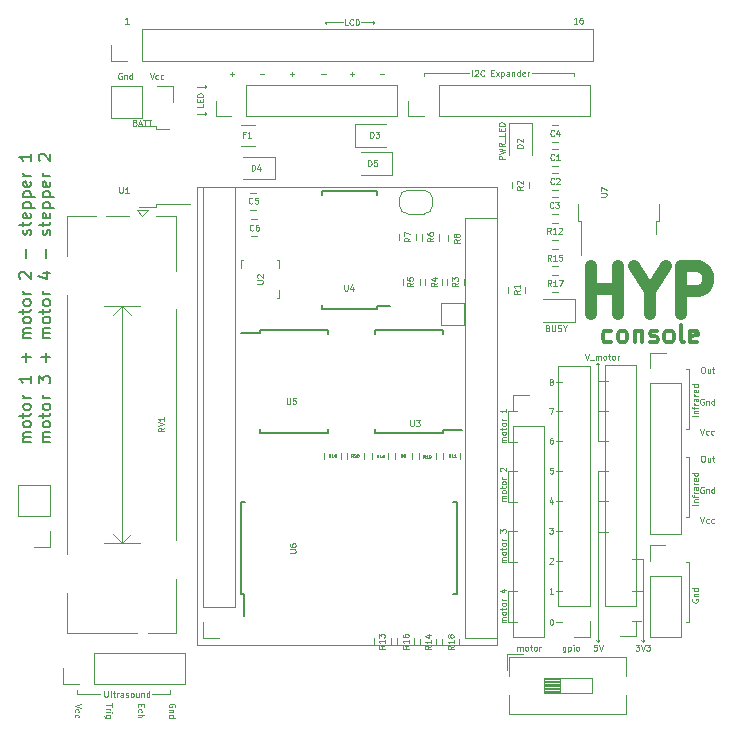
<source format=gbr>
G04 #@! TF.GenerationSoftware,KiCad,Pcbnew,(5.1.0)-1*
G04 #@! TF.CreationDate,2019-05-16T14:17:18+05:30*
G04 #@! TF.ProjectId,Console,436f6e73-6f6c-4652-9e6b-696361645f70,2.0.1*
G04 #@! TF.SameCoordinates,Original*
G04 #@! TF.FileFunction,Legend,Top*
G04 #@! TF.FilePolarity,Positive*
%FSLAX46Y46*%
G04 Gerber Fmt 4.6, Leading zero omitted, Abs format (unit mm)*
G04 Created by KiCad (PCBNEW (5.1.0)-1) date 2019-05-16 14:17:18*
%MOMM*%
%LPD*%
G04 APERTURE LIST*
%ADD10C,0.120000*%
%ADD11C,0.150000*%
%ADD12C,0.375000*%
%ADD13C,1.000000*%
%ADD14C,0.062500*%
%ADD15C,0.125000*%
G04 APERTURE END LIST*
D10*
X99540190Y-42683714D02*
X99040190Y-42683714D01*
X99040190Y-42493238D01*
X99064000Y-42445619D01*
X99087809Y-42421809D01*
X99135428Y-42398000D01*
X99206857Y-42398000D01*
X99254476Y-42421809D01*
X99278285Y-42445619D01*
X99302095Y-42493238D01*
X99302095Y-42683714D01*
X99040190Y-42231333D02*
X99540190Y-42112285D01*
X99183047Y-42017047D01*
X99540190Y-41921809D01*
X99040190Y-41802761D01*
X99540190Y-41326571D02*
X99302095Y-41493238D01*
X99540190Y-41612285D02*
X99040190Y-41612285D01*
X99040190Y-41421809D01*
X99064000Y-41374190D01*
X99087809Y-41350380D01*
X99135428Y-41326571D01*
X99206857Y-41326571D01*
X99254476Y-41350380D01*
X99278285Y-41374190D01*
X99302095Y-41421809D01*
X99302095Y-41612285D01*
X99587809Y-41231333D02*
X99587809Y-40850380D01*
X99540190Y-40493238D02*
X99540190Y-40731333D01*
X99040190Y-40731333D01*
X99278285Y-40326571D02*
X99278285Y-40159904D01*
X99540190Y-40088476D02*
X99540190Y-40326571D01*
X99040190Y-40326571D01*
X99040190Y-40088476D01*
X99540190Y-39874190D02*
X99040190Y-39874190D01*
X99040190Y-39755142D01*
X99064000Y-39683714D01*
X99111619Y-39636095D01*
X99159238Y-39612285D01*
X99254476Y-39588476D01*
X99325904Y-39588476D01*
X99421142Y-39612285D01*
X99468761Y-39636095D01*
X99516380Y-39683714D01*
X99540190Y-39755142D01*
X99540190Y-39874190D01*
X103207428Y-56987285D02*
X103278857Y-57011095D01*
X103302666Y-57034904D01*
X103326476Y-57082523D01*
X103326476Y-57153952D01*
X103302666Y-57201571D01*
X103278857Y-57225380D01*
X103231238Y-57249190D01*
X103040761Y-57249190D01*
X103040761Y-56749190D01*
X103207428Y-56749190D01*
X103255047Y-56773000D01*
X103278857Y-56796809D01*
X103302666Y-56844428D01*
X103302666Y-56892047D01*
X103278857Y-56939666D01*
X103255047Y-56963476D01*
X103207428Y-56987285D01*
X103040761Y-56987285D01*
X103540761Y-56749190D02*
X103540761Y-57153952D01*
X103564571Y-57201571D01*
X103588380Y-57225380D01*
X103636000Y-57249190D01*
X103731238Y-57249190D01*
X103778857Y-57225380D01*
X103802666Y-57201571D01*
X103826476Y-57153952D01*
X103826476Y-56749190D01*
X104040761Y-57225380D02*
X104112190Y-57249190D01*
X104231238Y-57249190D01*
X104278857Y-57225380D01*
X104302666Y-57201571D01*
X104326476Y-57153952D01*
X104326476Y-57106333D01*
X104302666Y-57058714D01*
X104278857Y-57034904D01*
X104231238Y-57011095D01*
X104136000Y-56987285D01*
X104088380Y-56963476D01*
X104064571Y-56939666D01*
X104040761Y-56892047D01*
X104040761Y-56844428D01*
X104064571Y-56796809D01*
X104088380Y-56773000D01*
X104136000Y-56749190D01*
X104255047Y-56749190D01*
X104326476Y-56773000D01*
X104636000Y-57011095D02*
X104636000Y-57249190D01*
X104469333Y-56749190D02*
X104636000Y-57011095D01*
X104802666Y-56749190D01*
X100635714Y-84300190D02*
X100635714Y-83966857D01*
X100635714Y-84014476D02*
X100659523Y-83990666D01*
X100707142Y-83966857D01*
X100778571Y-83966857D01*
X100826190Y-83990666D01*
X100850000Y-84038285D01*
X100850000Y-84300190D01*
X100850000Y-84038285D02*
X100873809Y-83990666D01*
X100921428Y-83966857D01*
X100992857Y-83966857D01*
X101040476Y-83990666D01*
X101064285Y-84038285D01*
X101064285Y-84300190D01*
X101373809Y-84300190D02*
X101326190Y-84276380D01*
X101302380Y-84252571D01*
X101278571Y-84204952D01*
X101278571Y-84062095D01*
X101302380Y-84014476D01*
X101326190Y-83990666D01*
X101373809Y-83966857D01*
X101445238Y-83966857D01*
X101492857Y-83990666D01*
X101516666Y-84014476D01*
X101540476Y-84062095D01*
X101540476Y-84204952D01*
X101516666Y-84252571D01*
X101492857Y-84276380D01*
X101445238Y-84300190D01*
X101373809Y-84300190D01*
X101683333Y-83966857D02*
X101873809Y-83966857D01*
X101754761Y-83800190D02*
X101754761Y-84228761D01*
X101778571Y-84276380D01*
X101826190Y-84300190D01*
X101873809Y-84300190D01*
X102111904Y-84300190D02*
X102064285Y-84276380D01*
X102040476Y-84252571D01*
X102016666Y-84204952D01*
X102016666Y-84062095D01*
X102040476Y-84014476D01*
X102064285Y-83990666D01*
X102111904Y-83966857D01*
X102183333Y-83966857D01*
X102230952Y-83990666D01*
X102254761Y-84014476D01*
X102278571Y-84062095D01*
X102278571Y-84204952D01*
X102254761Y-84252571D01*
X102230952Y-84276380D01*
X102183333Y-84300190D01*
X102111904Y-84300190D01*
X102492857Y-84300190D02*
X102492857Y-83966857D01*
X102492857Y-84062095D02*
X102516666Y-84014476D01*
X102540476Y-83990666D01*
X102588095Y-83966857D01*
X102635714Y-83966857D01*
X104691714Y-83966857D02*
X104691714Y-84371619D01*
X104667904Y-84419238D01*
X104644095Y-84443047D01*
X104596476Y-84466857D01*
X104525047Y-84466857D01*
X104477428Y-84443047D01*
X104691714Y-84276380D02*
X104644095Y-84300190D01*
X104548857Y-84300190D01*
X104501238Y-84276380D01*
X104477428Y-84252571D01*
X104453619Y-84204952D01*
X104453619Y-84062095D01*
X104477428Y-84014476D01*
X104501238Y-83990666D01*
X104548857Y-83966857D01*
X104644095Y-83966857D01*
X104691714Y-83990666D01*
X104929809Y-83966857D02*
X104929809Y-84466857D01*
X104929809Y-83990666D02*
X104977428Y-83966857D01*
X105072666Y-83966857D01*
X105120285Y-83990666D01*
X105144095Y-84014476D01*
X105167904Y-84062095D01*
X105167904Y-84204952D01*
X105144095Y-84252571D01*
X105120285Y-84276380D01*
X105072666Y-84300190D01*
X104977428Y-84300190D01*
X104929809Y-84276380D01*
X105382190Y-84300190D02*
X105382190Y-83966857D01*
X105382190Y-83800190D02*
X105358380Y-83824000D01*
X105382190Y-83847809D01*
X105406000Y-83824000D01*
X105382190Y-83800190D01*
X105382190Y-83847809D01*
X105691714Y-84300190D02*
X105644095Y-84276380D01*
X105620285Y-84252571D01*
X105596476Y-84204952D01*
X105596476Y-84062095D01*
X105620285Y-84014476D01*
X105644095Y-83990666D01*
X105691714Y-83966857D01*
X105763142Y-83966857D01*
X105810761Y-83990666D01*
X105834571Y-84014476D01*
X105858380Y-84062095D01*
X105858380Y-84204952D01*
X105834571Y-84252571D01*
X105810761Y-84276380D01*
X105763142Y-84300190D01*
X105691714Y-84300190D01*
X110632952Y-83800190D02*
X110942476Y-83800190D01*
X110775809Y-83990666D01*
X110847238Y-83990666D01*
X110894857Y-84014476D01*
X110918666Y-84038285D01*
X110942476Y-84085904D01*
X110942476Y-84204952D01*
X110918666Y-84252571D01*
X110894857Y-84276380D01*
X110847238Y-84300190D01*
X110704380Y-84300190D01*
X110656761Y-84276380D01*
X110632952Y-84252571D01*
X111085333Y-83800190D02*
X111252000Y-84300190D01*
X111418666Y-83800190D01*
X111537714Y-83800190D02*
X111847238Y-83800190D01*
X111680571Y-83990666D01*
X111752000Y-83990666D01*
X111799619Y-84014476D01*
X111823428Y-84038285D01*
X111847238Y-84085904D01*
X111847238Y-84204952D01*
X111823428Y-84252571D01*
X111799619Y-84276380D01*
X111752000Y-84300190D01*
X111609142Y-84300190D01*
X111561523Y-84276380D01*
X111537714Y-84252571D01*
X115447000Y-79950428D02*
X115423190Y-79998047D01*
X115423190Y-80069476D01*
X115447000Y-80140904D01*
X115494619Y-80188523D01*
X115542238Y-80212333D01*
X115637476Y-80236142D01*
X115708904Y-80236142D01*
X115804142Y-80212333D01*
X115851761Y-80188523D01*
X115899380Y-80140904D01*
X115923190Y-80069476D01*
X115923190Y-80021857D01*
X115899380Y-79950428D01*
X115875571Y-79926619D01*
X115708904Y-79926619D01*
X115708904Y-80021857D01*
X115589857Y-79712333D02*
X115923190Y-79712333D01*
X115637476Y-79712333D02*
X115613666Y-79688523D01*
X115589857Y-79640904D01*
X115589857Y-79569476D01*
X115613666Y-79521857D01*
X115661285Y-79498047D01*
X115923190Y-79498047D01*
X115923190Y-79045666D02*
X115423190Y-79045666D01*
X115899380Y-79045666D02*
X115923190Y-79093285D01*
X115923190Y-79188523D01*
X115899380Y-79236142D01*
X115875571Y-79259952D01*
X115827952Y-79283761D01*
X115685095Y-79283761D01*
X115637476Y-79259952D01*
X115613666Y-79236142D01*
X115589857Y-79188523D01*
X115589857Y-79093285D01*
X115613666Y-79045666D01*
D11*
X59444380Y-66673476D02*
X58777714Y-66673476D01*
X58872952Y-66673476D02*
X58825333Y-66625857D01*
X58777714Y-66530619D01*
X58777714Y-66387761D01*
X58825333Y-66292523D01*
X58920571Y-66244904D01*
X59444380Y-66244904D01*
X58920571Y-66244904D02*
X58825333Y-66197285D01*
X58777714Y-66102047D01*
X58777714Y-65959190D01*
X58825333Y-65863952D01*
X58920571Y-65816333D01*
X59444380Y-65816333D01*
X59444380Y-65197285D02*
X59396761Y-65292523D01*
X59349142Y-65340142D01*
X59253904Y-65387761D01*
X58968190Y-65387761D01*
X58872952Y-65340142D01*
X58825333Y-65292523D01*
X58777714Y-65197285D01*
X58777714Y-65054428D01*
X58825333Y-64959190D01*
X58872952Y-64911571D01*
X58968190Y-64863952D01*
X59253904Y-64863952D01*
X59349142Y-64911571D01*
X59396761Y-64959190D01*
X59444380Y-65054428D01*
X59444380Y-65197285D01*
X58777714Y-64578238D02*
X58777714Y-64197285D01*
X58444380Y-64435380D02*
X59301523Y-64435380D01*
X59396761Y-64387761D01*
X59444380Y-64292523D01*
X59444380Y-64197285D01*
X59444380Y-63721095D02*
X59396761Y-63816333D01*
X59349142Y-63863952D01*
X59253904Y-63911571D01*
X58968190Y-63911571D01*
X58872952Y-63863952D01*
X58825333Y-63816333D01*
X58777714Y-63721095D01*
X58777714Y-63578238D01*
X58825333Y-63483000D01*
X58872952Y-63435380D01*
X58968190Y-63387761D01*
X59253904Y-63387761D01*
X59349142Y-63435380D01*
X59396761Y-63483000D01*
X59444380Y-63578238D01*
X59444380Y-63721095D01*
X59444380Y-62959190D02*
X58777714Y-62959190D01*
X58968190Y-62959190D02*
X58872952Y-62911571D01*
X58825333Y-62863952D01*
X58777714Y-62768714D01*
X58777714Y-62673476D01*
X59444380Y-61054428D02*
X59444380Y-61625857D01*
X59444380Y-61340142D02*
X58444380Y-61340142D01*
X58587238Y-61435380D01*
X58682476Y-61530619D01*
X58730095Y-61625857D01*
X59063428Y-59863952D02*
X59063428Y-59102047D01*
X59444380Y-59483000D02*
X58682476Y-59483000D01*
X59444380Y-57863952D02*
X58777714Y-57863952D01*
X58872952Y-57863952D02*
X58825333Y-57816333D01*
X58777714Y-57721095D01*
X58777714Y-57578238D01*
X58825333Y-57483000D01*
X58920571Y-57435380D01*
X59444380Y-57435380D01*
X58920571Y-57435380D02*
X58825333Y-57387761D01*
X58777714Y-57292523D01*
X58777714Y-57149666D01*
X58825333Y-57054428D01*
X58920571Y-57006809D01*
X59444380Y-57006809D01*
X59444380Y-56387761D02*
X59396761Y-56483000D01*
X59349142Y-56530619D01*
X59253904Y-56578238D01*
X58968190Y-56578238D01*
X58872952Y-56530619D01*
X58825333Y-56483000D01*
X58777714Y-56387761D01*
X58777714Y-56244904D01*
X58825333Y-56149666D01*
X58872952Y-56102047D01*
X58968190Y-56054428D01*
X59253904Y-56054428D01*
X59349142Y-56102047D01*
X59396761Y-56149666D01*
X59444380Y-56244904D01*
X59444380Y-56387761D01*
X58777714Y-55768714D02*
X58777714Y-55387761D01*
X58444380Y-55625857D02*
X59301523Y-55625857D01*
X59396761Y-55578238D01*
X59444380Y-55483000D01*
X59444380Y-55387761D01*
X59444380Y-54911571D02*
X59396761Y-55006809D01*
X59349142Y-55054428D01*
X59253904Y-55102047D01*
X58968190Y-55102047D01*
X58872952Y-55054428D01*
X58825333Y-55006809D01*
X58777714Y-54911571D01*
X58777714Y-54768714D01*
X58825333Y-54673476D01*
X58872952Y-54625857D01*
X58968190Y-54578238D01*
X59253904Y-54578238D01*
X59349142Y-54625857D01*
X59396761Y-54673476D01*
X59444380Y-54768714D01*
X59444380Y-54911571D01*
X59444380Y-54149666D02*
X58777714Y-54149666D01*
X58968190Y-54149666D02*
X58872952Y-54102047D01*
X58825333Y-54054428D01*
X58777714Y-53959190D01*
X58777714Y-53863952D01*
X58539619Y-52816333D02*
X58492000Y-52768714D01*
X58444380Y-52673476D01*
X58444380Y-52435380D01*
X58492000Y-52340142D01*
X58539619Y-52292523D01*
X58634857Y-52244904D01*
X58730095Y-52244904D01*
X58872952Y-52292523D01*
X59444380Y-52863952D01*
X59444380Y-52244904D01*
X59063428Y-51054428D02*
X59063428Y-50292523D01*
X59396761Y-49102047D02*
X59444380Y-49006809D01*
X59444380Y-48816333D01*
X59396761Y-48721095D01*
X59301523Y-48673476D01*
X59253904Y-48673476D01*
X59158666Y-48721095D01*
X59111047Y-48816333D01*
X59111047Y-48959190D01*
X59063428Y-49054428D01*
X58968190Y-49102047D01*
X58920571Y-49102047D01*
X58825333Y-49054428D01*
X58777714Y-48959190D01*
X58777714Y-48816333D01*
X58825333Y-48721095D01*
X58777714Y-48387761D02*
X58777714Y-48006809D01*
X58444380Y-48244904D02*
X59301523Y-48244904D01*
X59396761Y-48197285D01*
X59444380Y-48102047D01*
X59444380Y-48006809D01*
X59396761Y-47292523D02*
X59444380Y-47387761D01*
X59444380Y-47578238D01*
X59396761Y-47673476D01*
X59301523Y-47721095D01*
X58920571Y-47721095D01*
X58825333Y-47673476D01*
X58777714Y-47578238D01*
X58777714Y-47387761D01*
X58825333Y-47292523D01*
X58920571Y-47244904D01*
X59015809Y-47244904D01*
X59111047Y-47721095D01*
X58777714Y-46816333D02*
X59777714Y-46816333D01*
X58825333Y-46816333D02*
X58777714Y-46721095D01*
X58777714Y-46530619D01*
X58825333Y-46435380D01*
X58872952Y-46387761D01*
X58968190Y-46340142D01*
X59253904Y-46340142D01*
X59349142Y-46387761D01*
X59396761Y-46435380D01*
X59444380Y-46530619D01*
X59444380Y-46721095D01*
X59396761Y-46816333D01*
X58777714Y-45911571D02*
X59777714Y-45911571D01*
X58825333Y-45911571D02*
X58777714Y-45816333D01*
X58777714Y-45625857D01*
X58825333Y-45530619D01*
X58872952Y-45483000D01*
X58968190Y-45435380D01*
X59253904Y-45435380D01*
X59349142Y-45483000D01*
X59396761Y-45530619D01*
X59444380Y-45625857D01*
X59444380Y-45816333D01*
X59396761Y-45911571D01*
X59396761Y-44625857D02*
X59444380Y-44721095D01*
X59444380Y-44911571D01*
X59396761Y-45006809D01*
X59301523Y-45054428D01*
X58920571Y-45054428D01*
X58825333Y-45006809D01*
X58777714Y-44911571D01*
X58777714Y-44721095D01*
X58825333Y-44625857D01*
X58920571Y-44578238D01*
X59015809Y-44578238D01*
X59111047Y-45054428D01*
X59444380Y-44149666D02*
X58777714Y-44149666D01*
X58968190Y-44149666D02*
X58872952Y-44102047D01*
X58825333Y-44054428D01*
X58777714Y-43959190D01*
X58777714Y-43863952D01*
X59444380Y-42244904D02*
X59444380Y-42816333D01*
X59444380Y-42530619D02*
X58444380Y-42530619D01*
X58587238Y-42625857D01*
X58682476Y-42721095D01*
X58730095Y-42816333D01*
X61094380Y-66673476D02*
X60427714Y-66673476D01*
X60522952Y-66673476D02*
X60475333Y-66625857D01*
X60427714Y-66530619D01*
X60427714Y-66387761D01*
X60475333Y-66292523D01*
X60570571Y-66244904D01*
X61094380Y-66244904D01*
X60570571Y-66244904D02*
X60475333Y-66197285D01*
X60427714Y-66102047D01*
X60427714Y-65959190D01*
X60475333Y-65863952D01*
X60570571Y-65816333D01*
X61094380Y-65816333D01*
X61094380Y-65197285D02*
X61046761Y-65292523D01*
X60999142Y-65340142D01*
X60903904Y-65387761D01*
X60618190Y-65387761D01*
X60522952Y-65340142D01*
X60475333Y-65292523D01*
X60427714Y-65197285D01*
X60427714Y-65054428D01*
X60475333Y-64959190D01*
X60522952Y-64911571D01*
X60618190Y-64863952D01*
X60903904Y-64863952D01*
X60999142Y-64911571D01*
X61046761Y-64959190D01*
X61094380Y-65054428D01*
X61094380Y-65197285D01*
X60427714Y-64578238D02*
X60427714Y-64197285D01*
X60094380Y-64435380D02*
X60951523Y-64435380D01*
X61046761Y-64387761D01*
X61094380Y-64292523D01*
X61094380Y-64197285D01*
X61094380Y-63721095D02*
X61046761Y-63816333D01*
X60999142Y-63863952D01*
X60903904Y-63911571D01*
X60618190Y-63911571D01*
X60522952Y-63863952D01*
X60475333Y-63816333D01*
X60427714Y-63721095D01*
X60427714Y-63578238D01*
X60475333Y-63483000D01*
X60522952Y-63435380D01*
X60618190Y-63387761D01*
X60903904Y-63387761D01*
X60999142Y-63435380D01*
X61046761Y-63483000D01*
X61094380Y-63578238D01*
X61094380Y-63721095D01*
X61094380Y-62959190D02*
X60427714Y-62959190D01*
X60618190Y-62959190D02*
X60522952Y-62911571D01*
X60475333Y-62863952D01*
X60427714Y-62768714D01*
X60427714Y-62673476D01*
X60094380Y-61673476D02*
X60094380Y-61054428D01*
X60475333Y-61387761D01*
X60475333Y-61244904D01*
X60522952Y-61149666D01*
X60570571Y-61102047D01*
X60665809Y-61054428D01*
X60903904Y-61054428D01*
X60999142Y-61102047D01*
X61046761Y-61149666D01*
X61094380Y-61244904D01*
X61094380Y-61530619D01*
X61046761Y-61625857D01*
X60999142Y-61673476D01*
X60713428Y-59863952D02*
X60713428Y-59102047D01*
X61094380Y-59483000D02*
X60332476Y-59483000D01*
X61094380Y-57863952D02*
X60427714Y-57863952D01*
X60522952Y-57863952D02*
X60475333Y-57816333D01*
X60427714Y-57721095D01*
X60427714Y-57578238D01*
X60475333Y-57483000D01*
X60570571Y-57435380D01*
X61094380Y-57435380D01*
X60570571Y-57435380D02*
X60475333Y-57387761D01*
X60427714Y-57292523D01*
X60427714Y-57149666D01*
X60475333Y-57054428D01*
X60570571Y-57006809D01*
X61094380Y-57006809D01*
X61094380Y-56387761D02*
X61046761Y-56483000D01*
X60999142Y-56530619D01*
X60903904Y-56578238D01*
X60618190Y-56578238D01*
X60522952Y-56530619D01*
X60475333Y-56483000D01*
X60427714Y-56387761D01*
X60427714Y-56244904D01*
X60475333Y-56149666D01*
X60522952Y-56102047D01*
X60618190Y-56054428D01*
X60903904Y-56054428D01*
X60999142Y-56102047D01*
X61046761Y-56149666D01*
X61094380Y-56244904D01*
X61094380Y-56387761D01*
X60427714Y-55768714D02*
X60427714Y-55387761D01*
X60094380Y-55625857D02*
X60951523Y-55625857D01*
X61046761Y-55578238D01*
X61094380Y-55483000D01*
X61094380Y-55387761D01*
X61094380Y-54911571D02*
X61046761Y-55006809D01*
X60999142Y-55054428D01*
X60903904Y-55102047D01*
X60618190Y-55102047D01*
X60522952Y-55054428D01*
X60475333Y-55006809D01*
X60427714Y-54911571D01*
X60427714Y-54768714D01*
X60475333Y-54673476D01*
X60522952Y-54625857D01*
X60618190Y-54578238D01*
X60903904Y-54578238D01*
X60999142Y-54625857D01*
X61046761Y-54673476D01*
X61094380Y-54768714D01*
X61094380Y-54911571D01*
X61094380Y-54149666D02*
X60427714Y-54149666D01*
X60618190Y-54149666D02*
X60522952Y-54102047D01*
X60475333Y-54054428D01*
X60427714Y-53959190D01*
X60427714Y-53863952D01*
X60427714Y-52340142D02*
X61094380Y-52340142D01*
X60046761Y-52578238D02*
X60761047Y-52816333D01*
X60761047Y-52197285D01*
X60713428Y-51054428D02*
X60713428Y-50292523D01*
X61046761Y-49102047D02*
X61094380Y-49006809D01*
X61094380Y-48816333D01*
X61046761Y-48721095D01*
X60951523Y-48673476D01*
X60903904Y-48673476D01*
X60808666Y-48721095D01*
X60761047Y-48816333D01*
X60761047Y-48959190D01*
X60713428Y-49054428D01*
X60618190Y-49102047D01*
X60570571Y-49102047D01*
X60475333Y-49054428D01*
X60427714Y-48959190D01*
X60427714Y-48816333D01*
X60475333Y-48721095D01*
X60427714Y-48387761D02*
X60427714Y-48006809D01*
X60094380Y-48244904D02*
X60951523Y-48244904D01*
X61046761Y-48197285D01*
X61094380Y-48102047D01*
X61094380Y-48006809D01*
X61046761Y-47292523D02*
X61094380Y-47387761D01*
X61094380Y-47578238D01*
X61046761Y-47673476D01*
X60951523Y-47721095D01*
X60570571Y-47721095D01*
X60475333Y-47673476D01*
X60427714Y-47578238D01*
X60427714Y-47387761D01*
X60475333Y-47292523D01*
X60570571Y-47244904D01*
X60665809Y-47244904D01*
X60761047Y-47721095D01*
X60427714Y-46816333D02*
X61427714Y-46816333D01*
X60475333Y-46816333D02*
X60427714Y-46721095D01*
X60427714Y-46530619D01*
X60475333Y-46435380D01*
X60522952Y-46387761D01*
X60618190Y-46340142D01*
X60903904Y-46340142D01*
X60999142Y-46387761D01*
X61046761Y-46435380D01*
X61094380Y-46530619D01*
X61094380Y-46721095D01*
X61046761Y-46816333D01*
X60427714Y-45911571D02*
X61427714Y-45911571D01*
X60475333Y-45911571D02*
X60427714Y-45816333D01*
X60427714Y-45625857D01*
X60475333Y-45530619D01*
X60522952Y-45483000D01*
X60618190Y-45435380D01*
X60903904Y-45435380D01*
X60999142Y-45483000D01*
X61046761Y-45530619D01*
X61094380Y-45625857D01*
X61094380Y-45816333D01*
X61046761Y-45911571D01*
X61046761Y-44625857D02*
X61094380Y-44721095D01*
X61094380Y-44911571D01*
X61046761Y-45006809D01*
X60951523Y-45054428D01*
X60570571Y-45054428D01*
X60475333Y-45006809D01*
X60427714Y-44911571D01*
X60427714Y-44721095D01*
X60475333Y-44625857D01*
X60570571Y-44578238D01*
X60665809Y-44578238D01*
X60761047Y-45054428D01*
X61094380Y-44149666D02*
X60427714Y-44149666D01*
X60618190Y-44149666D02*
X60522952Y-44102047D01*
X60475333Y-44054428D01*
X60427714Y-43959190D01*
X60427714Y-43863952D01*
X60189619Y-42816333D02*
X60142000Y-42768714D01*
X60094380Y-42673476D01*
X60094380Y-42435380D01*
X60142000Y-42340142D01*
X60189619Y-42292523D01*
X60284857Y-42244904D01*
X60380095Y-42244904D01*
X60522952Y-42292523D01*
X61094380Y-42863952D01*
X61094380Y-42244904D01*
D12*
X108565571Y-58138142D02*
X108422714Y-58209571D01*
X108137000Y-58209571D01*
X107994142Y-58138142D01*
X107922714Y-58066714D01*
X107851285Y-57923857D01*
X107851285Y-57495285D01*
X107922714Y-57352428D01*
X107994142Y-57281000D01*
X108137000Y-57209571D01*
X108422714Y-57209571D01*
X108565571Y-57281000D01*
X109422714Y-58209571D02*
X109279857Y-58138142D01*
X109208428Y-58066714D01*
X109137000Y-57923857D01*
X109137000Y-57495285D01*
X109208428Y-57352428D01*
X109279857Y-57281000D01*
X109422714Y-57209571D01*
X109637000Y-57209571D01*
X109779857Y-57281000D01*
X109851285Y-57352428D01*
X109922714Y-57495285D01*
X109922714Y-57923857D01*
X109851285Y-58066714D01*
X109779857Y-58138142D01*
X109637000Y-58209571D01*
X109422714Y-58209571D01*
X110565571Y-57209571D02*
X110565571Y-58209571D01*
X110565571Y-57352428D02*
X110637000Y-57281000D01*
X110779857Y-57209571D01*
X110994142Y-57209571D01*
X111137000Y-57281000D01*
X111208428Y-57423857D01*
X111208428Y-58209571D01*
X111851285Y-58138142D02*
X111994142Y-58209571D01*
X112279857Y-58209571D01*
X112422714Y-58138142D01*
X112494142Y-57995285D01*
X112494142Y-57923857D01*
X112422714Y-57781000D01*
X112279857Y-57709571D01*
X112065571Y-57709571D01*
X111922714Y-57638142D01*
X111851285Y-57495285D01*
X111851285Y-57423857D01*
X111922714Y-57281000D01*
X112065571Y-57209571D01*
X112279857Y-57209571D01*
X112422714Y-57281000D01*
X113351285Y-58209571D02*
X113208428Y-58138142D01*
X113137000Y-58066714D01*
X113065571Y-57923857D01*
X113065571Y-57495285D01*
X113137000Y-57352428D01*
X113208428Y-57281000D01*
X113351285Y-57209571D01*
X113565571Y-57209571D01*
X113708428Y-57281000D01*
X113779857Y-57352428D01*
X113851285Y-57495285D01*
X113851285Y-57923857D01*
X113779857Y-58066714D01*
X113708428Y-58138142D01*
X113565571Y-58209571D01*
X113351285Y-58209571D01*
X114708428Y-58209571D02*
X114565571Y-58138142D01*
X114494142Y-57995285D01*
X114494142Y-56709571D01*
X115851285Y-58138142D02*
X115708428Y-58209571D01*
X115422714Y-58209571D01*
X115279857Y-58138142D01*
X115208428Y-57995285D01*
X115208428Y-57423857D01*
X115279857Y-57281000D01*
X115422714Y-57209571D01*
X115708428Y-57209571D01*
X115851285Y-57281000D01*
X115922714Y-57423857D01*
X115922714Y-57566714D01*
X115208428Y-57709571D01*
D13*
X106902857Y-55784523D02*
X106902857Y-51784523D01*
X106902857Y-53689285D02*
X109188571Y-53689285D01*
X109188571Y-55784523D02*
X109188571Y-51784523D01*
X111855238Y-53879761D02*
X111855238Y-55784523D01*
X110521904Y-51784523D02*
X111855238Y-53879761D01*
X113188571Y-51784523D01*
X114521904Y-55784523D02*
X114521904Y-51784523D01*
X116045714Y-51784523D01*
X116426666Y-51975000D01*
X116617142Y-52165476D01*
X116807619Y-52546428D01*
X116807619Y-53117857D01*
X116617142Y-53498809D01*
X116426666Y-53689285D01*
X116045714Y-53879761D01*
X114521904Y-53879761D01*
D10*
X67115571Y-35437000D02*
X67067952Y-35413190D01*
X66996523Y-35413190D01*
X66925095Y-35437000D01*
X66877476Y-35484619D01*
X66853666Y-35532238D01*
X66829857Y-35627476D01*
X66829857Y-35698904D01*
X66853666Y-35794142D01*
X66877476Y-35841761D01*
X66925095Y-35889380D01*
X66996523Y-35913190D01*
X67044142Y-35913190D01*
X67115571Y-35889380D01*
X67139380Y-35865571D01*
X67139380Y-35698904D01*
X67044142Y-35698904D01*
X67353666Y-35579857D02*
X67353666Y-35913190D01*
X67353666Y-35627476D02*
X67377476Y-35603666D01*
X67425095Y-35579857D01*
X67496523Y-35579857D01*
X67544142Y-35603666D01*
X67567952Y-35651285D01*
X67567952Y-35913190D01*
X68020333Y-35913190D02*
X68020333Y-35413190D01*
X68020333Y-35889380D02*
X67972714Y-35913190D01*
X67877476Y-35913190D01*
X67829857Y-35889380D01*
X67806047Y-35865571D01*
X67782238Y-35817952D01*
X67782238Y-35675095D01*
X67806047Y-35627476D01*
X67829857Y-35603666D01*
X67877476Y-35579857D01*
X67972714Y-35579857D01*
X68020333Y-35603666D01*
X69508761Y-35413190D02*
X69675428Y-35913190D01*
X69842095Y-35413190D01*
X70223047Y-35889380D02*
X70175428Y-35913190D01*
X70080190Y-35913190D01*
X70032571Y-35889380D01*
X70008761Y-35865571D01*
X69984952Y-35817952D01*
X69984952Y-35675095D01*
X70008761Y-35627476D01*
X70032571Y-35603666D01*
X70080190Y-35579857D01*
X70175428Y-35579857D01*
X70223047Y-35603666D01*
X70651619Y-35889380D02*
X70604000Y-35913190D01*
X70508761Y-35913190D01*
X70461142Y-35889380D01*
X70437333Y-35865571D01*
X70413523Y-35817952D01*
X70413523Y-35675095D01*
X70437333Y-35627476D01*
X70461142Y-35603666D01*
X70508761Y-35579857D01*
X70604000Y-35579857D01*
X70651619Y-35603666D01*
X68274476Y-39588285D02*
X68345904Y-39612095D01*
X68369714Y-39635904D01*
X68393523Y-39683523D01*
X68393523Y-39754952D01*
X68369714Y-39802571D01*
X68345904Y-39826380D01*
X68298285Y-39850190D01*
X68107809Y-39850190D01*
X68107809Y-39350190D01*
X68274476Y-39350190D01*
X68322095Y-39374000D01*
X68345904Y-39397809D01*
X68369714Y-39445428D01*
X68369714Y-39493047D01*
X68345904Y-39540666D01*
X68322095Y-39564476D01*
X68274476Y-39588285D01*
X68107809Y-39588285D01*
X68584000Y-39707333D02*
X68822095Y-39707333D01*
X68536380Y-39850190D02*
X68703047Y-39350190D01*
X68869714Y-39850190D01*
X68964952Y-39350190D02*
X69250666Y-39350190D01*
X69107809Y-39850190D02*
X69107809Y-39350190D01*
X69345904Y-39350190D02*
X69631619Y-39350190D01*
X69488761Y-39850190D02*
X69488761Y-39350190D01*
X105410000Y-35560000D02*
X105410000Y-35687000D01*
X105410000Y-35433000D02*
X105410000Y-35560000D01*
X101854000Y-35433000D02*
X105410000Y-35433000D01*
X92710000Y-35433000D02*
X92710000Y-35687000D01*
X92710000Y-35433000D02*
X96520000Y-35433000D01*
X96806047Y-35659190D02*
X96806047Y-35159190D01*
X97020333Y-35206809D02*
X97044142Y-35183000D01*
X97091761Y-35159190D01*
X97210809Y-35159190D01*
X97258428Y-35183000D01*
X97282238Y-35206809D01*
X97306047Y-35254428D01*
X97306047Y-35302047D01*
X97282238Y-35373476D01*
X96996523Y-35659190D01*
X97306047Y-35659190D01*
X97806047Y-35611571D02*
X97782238Y-35635380D01*
X97710809Y-35659190D01*
X97663190Y-35659190D01*
X97591761Y-35635380D01*
X97544142Y-35587761D01*
X97520333Y-35540142D01*
X97496523Y-35444904D01*
X97496523Y-35373476D01*
X97520333Y-35278238D01*
X97544142Y-35230619D01*
X97591761Y-35183000D01*
X97663190Y-35159190D01*
X97710809Y-35159190D01*
X97782238Y-35183000D01*
X97806047Y-35206809D01*
X98401285Y-35397285D02*
X98567952Y-35397285D01*
X98639380Y-35659190D02*
X98401285Y-35659190D01*
X98401285Y-35159190D01*
X98639380Y-35159190D01*
X98806047Y-35659190D02*
X99067952Y-35325857D01*
X98806047Y-35325857D02*
X99067952Y-35659190D01*
X99258428Y-35325857D02*
X99258428Y-35825857D01*
X99258428Y-35349666D02*
X99306047Y-35325857D01*
X99401285Y-35325857D01*
X99448904Y-35349666D01*
X99472714Y-35373476D01*
X99496523Y-35421095D01*
X99496523Y-35563952D01*
X99472714Y-35611571D01*
X99448904Y-35635380D01*
X99401285Y-35659190D01*
X99306047Y-35659190D01*
X99258428Y-35635380D01*
X99925095Y-35659190D02*
X99925095Y-35397285D01*
X99901285Y-35349666D01*
X99853666Y-35325857D01*
X99758428Y-35325857D01*
X99710809Y-35349666D01*
X99925095Y-35635380D02*
X99877476Y-35659190D01*
X99758428Y-35659190D01*
X99710809Y-35635380D01*
X99687000Y-35587761D01*
X99687000Y-35540142D01*
X99710809Y-35492523D01*
X99758428Y-35468714D01*
X99877476Y-35468714D01*
X99925095Y-35444904D01*
X100163190Y-35325857D02*
X100163190Y-35659190D01*
X100163190Y-35373476D02*
X100187000Y-35349666D01*
X100234619Y-35325857D01*
X100306047Y-35325857D01*
X100353666Y-35349666D01*
X100377476Y-35397285D01*
X100377476Y-35659190D01*
X100829857Y-35659190D02*
X100829857Y-35159190D01*
X100829857Y-35635380D02*
X100782238Y-35659190D01*
X100687000Y-35659190D01*
X100639380Y-35635380D01*
X100615571Y-35611571D01*
X100591761Y-35563952D01*
X100591761Y-35421095D01*
X100615571Y-35373476D01*
X100639380Y-35349666D01*
X100687000Y-35325857D01*
X100782238Y-35325857D01*
X100829857Y-35349666D01*
X101258428Y-35635380D02*
X101210809Y-35659190D01*
X101115571Y-35659190D01*
X101067952Y-35635380D01*
X101044142Y-35587761D01*
X101044142Y-35397285D01*
X101067952Y-35349666D01*
X101115571Y-35325857D01*
X101210809Y-35325857D01*
X101258428Y-35349666D01*
X101282238Y-35397285D01*
X101282238Y-35444904D01*
X101044142Y-35492523D01*
X101496523Y-35659190D02*
X101496523Y-35325857D01*
X101496523Y-35421095D02*
X101520333Y-35373476D01*
X101544142Y-35349666D01*
X101591761Y-35325857D01*
X101639380Y-35325857D01*
X74295000Y-38862000D02*
X74168000Y-38989000D01*
X74295000Y-38862000D02*
X74168000Y-38735000D01*
X73533000Y-38862000D02*
X74295000Y-38862000D01*
X74295000Y-36576000D02*
X74168000Y-36703000D01*
X74295000Y-36576000D02*
X74168000Y-36449000D01*
X73533000Y-36576000D02*
X74295000Y-36576000D01*
X74013190Y-38040428D02*
X74013190Y-38278523D01*
X73513190Y-38278523D01*
X73751285Y-37873761D02*
X73751285Y-37707095D01*
X74013190Y-37635666D02*
X74013190Y-37873761D01*
X73513190Y-37873761D01*
X73513190Y-37635666D01*
X74013190Y-37421380D02*
X73513190Y-37421380D01*
X73513190Y-37302333D01*
X73537000Y-37230904D01*
X73584619Y-37183285D01*
X73632238Y-37159476D01*
X73727476Y-37135666D01*
X73798904Y-37135666D01*
X73894142Y-37159476D01*
X73941761Y-37183285D01*
X73989380Y-37230904D01*
X74013190Y-37302333D01*
X74013190Y-37421380D01*
X88963523Y-35468714D02*
X89344476Y-35468714D01*
X84010523Y-35468714D02*
X84391476Y-35468714D01*
X78803523Y-35468714D02*
X79184476Y-35468714D01*
X86423523Y-35468714D02*
X86804476Y-35468714D01*
X86614000Y-35659190D02*
X86614000Y-35278238D01*
X81343523Y-35468714D02*
X81724476Y-35468714D01*
X81534000Y-35659190D02*
X81534000Y-35278238D01*
X76263523Y-35468714D02*
X76644476Y-35468714D01*
X76454000Y-35659190D02*
X76454000Y-35278238D01*
X105695761Y-31214190D02*
X105410047Y-31214190D01*
X105552904Y-31214190D02*
X105552904Y-30714190D01*
X105505285Y-30785619D01*
X105457666Y-30833238D01*
X105410047Y-30857047D01*
X106124333Y-30714190D02*
X106029095Y-30714190D01*
X105981476Y-30738000D01*
X105957666Y-30761809D01*
X105910047Y-30833238D01*
X105886238Y-30928476D01*
X105886238Y-31118952D01*
X105910047Y-31166571D01*
X105933857Y-31190380D01*
X105981476Y-31214190D01*
X106076714Y-31214190D01*
X106124333Y-31190380D01*
X106148142Y-31166571D01*
X106171952Y-31118952D01*
X106171952Y-30999904D01*
X106148142Y-30952285D01*
X106124333Y-30928476D01*
X106076714Y-30904666D01*
X105981476Y-30904666D01*
X105933857Y-30928476D01*
X105910047Y-30952285D01*
X105886238Y-30999904D01*
X67706857Y-31214190D02*
X67421142Y-31214190D01*
X67564000Y-31214190D02*
X67564000Y-30714190D01*
X67516380Y-30785619D01*
X67468761Y-30833238D01*
X67421142Y-30857047D01*
X88519000Y-31115000D02*
X88392000Y-31242000D01*
X88392000Y-30988000D02*
X88519000Y-31115000D01*
X88519000Y-31115000D02*
X88392000Y-30988000D01*
X87376000Y-31115000D02*
X88519000Y-31115000D01*
X84328000Y-31115000D02*
X84455000Y-30988000D01*
X84455000Y-31242000D02*
X84328000Y-31115000D01*
X84328000Y-31115000D02*
X84455000Y-31242000D01*
X85852000Y-31115000D02*
X84328000Y-31115000D01*
X86268761Y-31341190D02*
X86030666Y-31341190D01*
X86030666Y-30841190D01*
X86721142Y-31293571D02*
X86697333Y-31317380D01*
X86625904Y-31341190D01*
X86578285Y-31341190D01*
X86506857Y-31317380D01*
X86459238Y-31269761D01*
X86435428Y-31222142D01*
X86411619Y-31126904D01*
X86411619Y-31055476D01*
X86435428Y-30960238D01*
X86459238Y-30912619D01*
X86506857Y-30865000D01*
X86578285Y-30841190D01*
X86625904Y-30841190D01*
X86697333Y-30865000D01*
X86721142Y-30888809D01*
X86935428Y-31341190D02*
X86935428Y-30841190D01*
X87054476Y-30841190D01*
X87125904Y-30865000D01*
X87173523Y-30912619D01*
X87197333Y-30960238D01*
X87221142Y-31055476D01*
X87221142Y-31126904D01*
X87197333Y-31222142D01*
X87173523Y-31269761D01*
X87125904Y-31317380D01*
X87054476Y-31341190D01*
X86935428Y-31341190D01*
X71247000Y-88011000D02*
X71247000Y-87630000D01*
X69723000Y-88011000D02*
X71247000Y-88011000D01*
X63373000Y-88011000D02*
X65278000Y-88011000D01*
X63373000Y-87630000D02*
X63373000Y-88011000D01*
X68742714Y-88860380D02*
X68742714Y-89027047D01*
X68480809Y-89098476D02*
X68480809Y-88860380D01*
X68980809Y-88860380D01*
X68980809Y-89098476D01*
X68504619Y-89527047D02*
X68480809Y-89479428D01*
X68480809Y-89384190D01*
X68504619Y-89336571D01*
X68528428Y-89312761D01*
X68576047Y-89288952D01*
X68718904Y-89288952D01*
X68766523Y-89312761D01*
X68790333Y-89336571D01*
X68814142Y-89384190D01*
X68814142Y-89479428D01*
X68790333Y-89527047D01*
X68480809Y-89741333D02*
X68980809Y-89741333D01*
X68480809Y-89955619D02*
X68742714Y-89955619D01*
X68790333Y-89931809D01*
X68814142Y-89884190D01*
X68814142Y-89812761D01*
X68790333Y-89765142D01*
X68766523Y-89741333D01*
X66313809Y-88765142D02*
X66313809Y-89050857D01*
X65813809Y-88908000D02*
X66313809Y-88908000D01*
X65813809Y-89217523D02*
X66147142Y-89217523D01*
X66051904Y-89217523D02*
X66099523Y-89241333D01*
X66123333Y-89265142D01*
X66147142Y-89312761D01*
X66147142Y-89360380D01*
X65813809Y-89527047D02*
X66147142Y-89527047D01*
X66313809Y-89527047D02*
X66290000Y-89503238D01*
X66266190Y-89527047D01*
X66290000Y-89550857D01*
X66313809Y-89527047D01*
X66266190Y-89527047D01*
X66147142Y-89979428D02*
X65742380Y-89979428D01*
X65694761Y-89955619D01*
X65670952Y-89931809D01*
X65647142Y-89884190D01*
X65647142Y-89812761D01*
X65670952Y-89765142D01*
X65837619Y-89979428D02*
X65813809Y-89931809D01*
X65813809Y-89836571D01*
X65837619Y-89788952D01*
X65861428Y-89765142D01*
X65909047Y-89741333D01*
X66051904Y-89741333D01*
X66099523Y-89765142D01*
X66123333Y-89788952D01*
X66147142Y-89836571D01*
X66147142Y-89931809D01*
X66123333Y-89979428D01*
X71624000Y-89086571D02*
X71647809Y-89038952D01*
X71647809Y-88967523D01*
X71624000Y-88896095D01*
X71576380Y-88848476D01*
X71528761Y-88824666D01*
X71433523Y-88800857D01*
X71362095Y-88800857D01*
X71266857Y-88824666D01*
X71219238Y-88848476D01*
X71171619Y-88896095D01*
X71147809Y-88967523D01*
X71147809Y-89015142D01*
X71171619Y-89086571D01*
X71195428Y-89110380D01*
X71362095Y-89110380D01*
X71362095Y-89015142D01*
X71481142Y-89324666D02*
X71147809Y-89324666D01*
X71433523Y-89324666D02*
X71457333Y-89348476D01*
X71481142Y-89396095D01*
X71481142Y-89467523D01*
X71457333Y-89515142D01*
X71409714Y-89538952D01*
X71147809Y-89538952D01*
X71147809Y-89991333D02*
X71647809Y-89991333D01*
X71171619Y-89991333D02*
X71147809Y-89943714D01*
X71147809Y-89848476D01*
X71171619Y-89800857D01*
X71195428Y-89777047D01*
X71243047Y-89753238D01*
X71385904Y-89753238D01*
X71433523Y-89777047D01*
X71457333Y-89800857D01*
X71481142Y-89848476D01*
X71481142Y-89943714D01*
X71457333Y-89991333D01*
X65659238Y-87737190D02*
X65659238Y-88141952D01*
X65683047Y-88189571D01*
X65706857Y-88213380D01*
X65754476Y-88237190D01*
X65849714Y-88237190D01*
X65897333Y-88213380D01*
X65921142Y-88189571D01*
X65944952Y-88141952D01*
X65944952Y-87737190D01*
X66254476Y-88237190D02*
X66206857Y-88213380D01*
X66183047Y-88165761D01*
X66183047Y-87737190D01*
X66373523Y-87903857D02*
X66564000Y-87903857D01*
X66444952Y-87737190D02*
X66444952Y-88165761D01*
X66468761Y-88213380D01*
X66516380Y-88237190D01*
X66564000Y-88237190D01*
X66730666Y-88237190D02*
X66730666Y-87903857D01*
X66730666Y-87999095D02*
X66754476Y-87951476D01*
X66778285Y-87927666D01*
X66825904Y-87903857D01*
X66873523Y-87903857D01*
X67254476Y-88237190D02*
X67254476Y-87975285D01*
X67230666Y-87927666D01*
X67183047Y-87903857D01*
X67087809Y-87903857D01*
X67040190Y-87927666D01*
X67254476Y-88213380D02*
X67206857Y-88237190D01*
X67087809Y-88237190D01*
X67040190Y-88213380D01*
X67016380Y-88165761D01*
X67016380Y-88118142D01*
X67040190Y-88070523D01*
X67087809Y-88046714D01*
X67206857Y-88046714D01*
X67254476Y-88022904D01*
X67468761Y-88213380D02*
X67516380Y-88237190D01*
X67611619Y-88237190D01*
X67659238Y-88213380D01*
X67683047Y-88165761D01*
X67683047Y-88141952D01*
X67659238Y-88094333D01*
X67611619Y-88070523D01*
X67540190Y-88070523D01*
X67492571Y-88046714D01*
X67468761Y-87999095D01*
X67468761Y-87975285D01*
X67492571Y-87927666D01*
X67540190Y-87903857D01*
X67611619Y-87903857D01*
X67659238Y-87927666D01*
X67968761Y-88237190D02*
X67921142Y-88213380D01*
X67897333Y-88189571D01*
X67873523Y-88141952D01*
X67873523Y-87999095D01*
X67897333Y-87951476D01*
X67921142Y-87927666D01*
X67968761Y-87903857D01*
X68040190Y-87903857D01*
X68087809Y-87927666D01*
X68111619Y-87951476D01*
X68135428Y-87999095D01*
X68135428Y-88141952D01*
X68111619Y-88189571D01*
X68087809Y-88213380D01*
X68040190Y-88237190D01*
X67968761Y-88237190D01*
X68564000Y-87903857D02*
X68564000Y-88237190D01*
X68349714Y-87903857D02*
X68349714Y-88165761D01*
X68373523Y-88213380D01*
X68421142Y-88237190D01*
X68492571Y-88237190D01*
X68540190Y-88213380D01*
X68564000Y-88189571D01*
X68802095Y-87903857D02*
X68802095Y-88237190D01*
X68802095Y-87951476D02*
X68825904Y-87927666D01*
X68873523Y-87903857D01*
X68944952Y-87903857D01*
X68992571Y-87927666D01*
X69016380Y-87975285D01*
X69016380Y-88237190D01*
X69468761Y-88237190D02*
X69468761Y-87737190D01*
X69468761Y-88213380D02*
X69421142Y-88237190D01*
X69325904Y-88237190D01*
X69278285Y-88213380D01*
X69254476Y-88189571D01*
X69230666Y-88141952D01*
X69230666Y-87999095D01*
X69254476Y-87951476D01*
X69278285Y-87927666D01*
X69325904Y-87903857D01*
X69421142Y-87903857D01*
X69468761Y-87927666D01*
X63646809Y-88812761D02*
X63146809Y-88979428D01*
X63646809Y-89146095D01*
X63170619Y-89527047D02*
X63146809Y-89479428D01*
X63146809Y-89384190D01*
X63170619Y-89336571D01*
X63194428Y-89312761D01*
X63242047Y-89288952D01*
X63384904Y-89288952D01*
X63432523Y-89312761D01*
X63456333Y-89336571D01*
X63480142Y-89384190D01*
X63480142Y-89479428D01*
X63456333Y-89527047D01*
X63170619Y-89955619D02*
X63146809Y-89908000D01*
X63146809Y-89812761D01*
X63170619Y-89765142D01*
X63194428Y-89741333D01*
X63242047Y-89717523D01*
X63384904Y-89717523D01*
X63432523Y-89741333D01*
X63456333Y-89765142D01*
X63480142Y-89812761D01*
X63480142Y-89908000D01*
X63456333Y-89955619D01*
X99667190Y-66670857D02*
X99333857Y-66670857D01*
X99381476Y-66670857D02*
X99357666Y-66647047D01*
X99333857Y-66599428D01*
X99333857Y-66528000D01*
X99357666Y-66480380D01*
X99405285Y-66456571D01*
X99667190Y-66456571D01*
X99405285Y-66456571D02*
X99357666Y-66432761D01*
X99333857Y-66385142D01*
X99333857Y-66313714D01*
X99357666Y-66266095D01*
X99405285Y-66242285D01*
X99667190Y-66242285D01*
X99667190Y-65932761D02*
X99643380Y-65980380D01*
X99619571Y-66004190D01*
X99571952Y-66028000D01*
X99429095Y-66028000D01*
X99381476Y-66004190D01*
X99357666Y-65980380D01*
X99333857Y-65932761D01*
X99333857Y-65861333D01*
X99357666Y-65813714D01*
X99381476Y-65789904D01*
X99429095Y-65766095D01*
X99571952Y-65766095D01*
X99619571Y-65789904D01*
X99643380Y-65813714D01*
X99667190Y-65861333D01*
X99667190Y-65932761D01*
X99333857Y-65623238D02*
X99333857Y-65432761D01*
X99167190Y-65551809D02*
X99595761Y-65551809D01*
X99643380Y-65528000D01*
X99667190Y-65480380D01*
X99667190Y-65432761D01*
X99667190Y-65194666D02*
X99643380Y-65242285D01*
X99619571Y-65266095D01*
X99571952Y-65289904D01*
X99429095Y-65289904D01*
X99381476Y-65266095D01*
X99357666Y-65242285D01*
X99333857Y-65194666D01*
X99333857Y-65123238D01*
X99357666Y-65075619D01*
X99381476Y-65051809D01*
X99429095Y-65028000D01*
X99571952Y-65028000D01*
X99619571Y-65051809D01*
X99643380Y-65075619D01*
X99667190Y-65123238D01*
X99667190Y-65194666D01*
X99667190Y-64813714D02*
X99333857Y-64813714D01*
X99429095Y-64813714D02*
X99381476Y-64789904D01*
X99357666Y-64766095D01*
X99333857Y-64718476D01*
X99333857Y-64670857D01*
X99667190Y-63861333D02*
X99667190Y-64147047D01*
X99667190Y-64004190D02*
X99167190Y-64004190D01*
X99238619Y-64051809D01*
X99286238Y-64099428D01*
X99310047Y-64147047D01*
X99667190Y-71623857D02*
X99333857Y-71623857D01*
X99381476Y-71623857D02*
X99357666Y-71600047D01*
X99333857Y-71552428D01*
X99333857Y-71481000D01*
X99357666Y-71433380D01*
X99405285Y-71409571D01*
X99667190Y-71409571D01*
X99405285Y-71409571D02*
X99357666Y-71385761D01*
X99333857Y-71338142D01*
X99333857Y-71266714D01*
X99357666Y-71219095D01*
X99405285Y-71195285D01*
X99667190Y-71195285D01*
X99667190Y-70885761D02*
X99643380Y-70933380D01*
X99619571Y-70957190D01*
X99571952Y-70981000D01*
X99429095Y-70981000D01*
X99381476Y-70957190D01*
X99357666Y-70933380D01*
X99333857Y-70885761D01*
X99333857Y-70814333D01*
X99357666Y-70766714D01*
X99381476Y-70742904D01*
X99429095Y-70719095D01*
X99571952Y-70719095D01*
X99619571Y-70742904D01*
X99643380Y-70766714D01*
X99667190Y-70814333D01*
X99667190Y-70885761D01*
X99333857Y-70576238D02*
X99333857Y-70385761D01*
X99167190Y-70504809D02*
X99595761Y-70504809D01*
X99643380Y-70481000D01*
X99667190Y-70433380D01*
X99667190Y-70385761D01*
X99667190Y-70147666D02*
X99643380Y-70195285D01*
X99619571Y-70219095D01*
X99571952Y-70242904D01*
X99429095Y-70242904D01*
X99381476Y-70219095D01*
X99357666Y-70195285D01*
X99333857Y-70147666D01*
X99333857Y-70076238D01*
X99357666Y-70028619D01*
X99381476Y-70004809D01*
X99429095Y-69981000D01*
X99571952Y-69981000D01*
X99619571Y-70004809D01*
X99643380Y-70028619D01*
X99667190Y-70076238D01*
X99667190Y-70147666D01*
X99667190Y-69766714D02*
X99333857Y-69766714D01*
X99429095Y-69766714D02*
X99381476Y-69742904D01*
X99357666Y-69719095D01*
X99333857Y-69671476D01*
X99333857Y-69623857D01*
X99214809Y-69100047D02*
X99191000Y-69076238D01*
X99167190Y-69028619D01*
X99167190Y-68909571D01*
X99191000Y-68861952D01*
X99214809Y-68838142D01*
X99262428Y-68814333D01*
X99310047Y-68814333D01*
X99381476Y-68838142D01*
X99667190Y-69123857D01*
X99667190Y-68814333D01*
X99667190Y-76830857D02*
X99333857Y-76830857D01*
X99381476Y-76830857D02*
X99357666Y-76807047D01*
X99333857Y-76759428D01*
X99333857Y-76688000D01*
X99357666Y-76640380D01*
X99405285Y-76616571D01*
X99667190Y-76616571D01*
X99405285Y-76616571D02*
X99357666Y-76592761D01*
X99333857Y-76545142D01*
X99333857Y-76473714D01*
X99357666Y-76426095D01*
X99405285Y-76402285D01*
X99667190Y-76402285D01*
X99667190Y-76092761D02*
X99643380Y-76140380D01*
X99619571Y-76164190D01*
X99571952Y-76188000D01*
X99429095Y-76188000D01*
X99381476Y-76164190D01*
X99357666Y-76140380D01*
X99333857Y-76092761D01*
X99333857Y-76021333D01*
X99357666Y-75973714D01*
X99381476Y-75949904D01*
X99429095Y-75926095D01*
X99571952Y-75926095D01*
X99619571Y-75949904D01*
X99643380Y-75973714D01*
X99667190Y-76021333D01*
X99667190Y-76092761D01*
X99333857Y-75783238D02*
X99333857Y-75592761D01*
X99167190Y-75711809D02*
X99595761Y-75711809D01*
X99643380Y-75688000D01*
X99667190Y-75640380D01*
X99667190Y-75592761D01*
X99667190Y-75354666D02*
X99643380Y-75402285D01*
X99619571Y-75426095D01*
X99571952Y-75449904D01*
X99429095Y-75449904D01*
X99381476Y-75426095D01*
X99357666Y-75402285D01*
X99333857Y-75354666D01*
X99333857Y-75283238D01*
X99357666Y-75235619D01*
X99381476Y-75211809D01*
X99429095Y-75188000D01*
X99571952Y-75188000D01*
X99619571Y-75211809D01*
X99643380Y-75235619D01*
X99667190Y-75283238D01*
X99667190Y-75354666D01*
X99667190Y-74973714D02*
X99333857Y-74973714D01*
X99429095Y-74973714D02*
X99381476Y-74949904D01*
X99357666Y-74926095D01*
X99333857Y-74878476D01*
X99333857Y-74830857D01*
X99167190Y-74330857D02*
X99167190Y-74021333D01*
X99357666Y-74188000D01*
X99357666Y-74116571D01*
X99381476Y-74068952D01*
X99405285Y-74045142D01*
X99452904Y-74021333D01*
X99571952Y-74021333D01*
X99619571Y-74045142D01*
X99643380Y-74068952D01*
X99667190Y-74116571D01*
X99667190Y-74259428D01*
X99643380Y-74307047D01*
X99619571Y-74330857D01*
X99822000Y-64008000D02*
X100584000Y-64008000D01*
X99822000Y-66675000D02*
X99822000Y-64008000D01*
X100584000Y-66675000D02*
X99822000Y-66675000D01*
X99822000Y-69088000D02*
X100584000Y-69088000D01*
X99822000Y-71755000D02*
X99822000Y-69088000D01*
X100584000Y-71755000D02*
X99822000Y-71755000D01*
X99822000Y-74168000D02*
X100584000Y-74168000D01*
X99822000Y-76835000D02*
X99822000Y-74168000D01*
X100584000Y-76835000D02*
X99822000Y-76835000D01*
X99667190Y-81910857D02*
X99333857Y-81910857D01*
X99381476Y-81910857D02*
X99357666Y-81887047D01*
X99333857Y-81839428D01*
X99333857Y-81768000D01*
X99357666Y-81720380D01*
X99405285Y-81696571D01*
X99667190Y-81696571D01*
X99405285Y-81696571D02*
X99357666Y-81672761D01*
X99333857Y-81625142D01*
X99333857Y-81553714D01*
X99357666Y-81506095D01*
X99405285Y-81482285D01*
X99667190Y-81482285D01*
X99667190Y-81172761D02*
X99643380Y-81220380D01*
X99619571Y-81244190D01*
X99571952Y-81268000D01*
X99429095Y-81268000D01*
X99381476Y-81244190D01*
X99357666Y-81220380D01*
X99333857Y-81172761D01*
X99333857Y-81101333D01*
X99357666Y-81053714D01*
X99381476Y-81029904D01*
X99429095Y-81006095D01*
X99571952Y-81006095D01*
X99619571Y-81029904D01*
X99643380Y-81053714D01*
X99667190Y-81101333D01*
X99667190Y-81172761D01*
X99333857Y-80863238D02*
X99333857Y-80672761D01*
X99167190Y-80791809D02*
X99595761Y-80791809D01*
X99643380Y-80768000D01*
X99667190Y-80720380D01*
X99667190Y-80672761D01*
X99667190Y-80434666D02*
X99643380Y-80482285D01*
X99619571Y-80506095D01*
X99571952Y-80529904D01*
X99429095Y-80529904D01*
X99381476Y-80506095D01*
X99357666Y-80482285D01*
X99333857Y-80434666D01*
X99333857Y-80363238D01*
X99357666Y-80315619D01*
X99381476Y-80291809D01*
X99429095Y-80268000D01*
X99571952Y-80268000D01*
X99619571Y-80291809D01*
X99643380Y-80315619D01*
X99667190Y-80363238D01*
X99667190Y-80434666D01*
X99667190Y-80053714D02*
X99333857Y-80053714D01*
X99429095Y-80053714D02*
X99381476Y-80029904D01*
X99357666Y-80006095D01*
X99333857Y-79958476D01*
X99333857Y-79910857D01*
X99333857Y-79148952D02*
X99667190Y-79148952D01*
X99143380Y-79268000D02*
X99500523Y-79387047D01*
X99500523Y-79077523D01*
X99822000Y-79248000D02*
X100584000Y-79248000D01*
X99822000Y-81915000D02*
X99822000Y-79248000D01*
X100584000Y-81915000D02*
X99822000Y-81915000D01*
X103457380Y-61535476D02*
X103409761Y-61511666D01*
X103385952Y-61487857D01*
X103362142Y-61440238D01*
X103362142Y-61416428D01*
X103385952Y-61368809D01*
X103409761Y-61345000D01*
X103457380Y-61321190D01*
X103552619Y-61321190D01*
X103600238Y-61345000D01*
X103624047Y-61368809D01*
X103647857Y-61416428D01*
X103647857Y-61440238D01*
X103624047Y-61487857D01*
X103600238Y-61511666D01*
X103552619Y-61535476D01*
X103457380Y-61535476D01*
X103409761Y-61559285D01*
X103385952Y-61583095D01*
X103362142Y-61630714D01*
X103362142Y-61725952D01*
X103385952Y-61773571D01*
X103409761Y-61797380D01*
X103457380Y-61821190D01*
X103552619Y-61821190D01*
X103600238Y-61797380D01*
X103624047Y-61773571D01*
X103647857Y-61725952D01*
X103647857Y-61630714D01*
X103624047Y-61583095D01*
X103600238Y-61559285D01*
X103552619Y-61535476D01*
X103338333Y-63734190D02*
X103671666Y-63734190D01*
X103457380Y-64234190D01*
X103600238Y-66274190D02*
X103505000Y-66274190D01*
X103457380Y-66298000D01*
X103433571Y-66321809D01*
X103385952Y-66393238D01*
X103362142Y-66488476D01*
X103362142Y-66678952D01*
X103385952Y-66726571D01*
X103409761Y-66750380D01*
X103457380Y-66774190D01*
X103552619Y-66774190D01*
X103600238Y-66750380D01*
X103624047Y-66726571D01*
X103647857Y-66678952D01*
X103647857Y-66559904D01*
X103624047Y-66512285D01*
X103600238Y-66488476D01*
X103552619Y-66464666D01*
X103457380Y-66464666D01*
X103409761Y-66488476D01*
X103385952Y-66512285D01*
X103362142Y-66559904D01*
X103624047Y-68814190D02*
X103385952Y-68814190D01*
X103362142Y-69052285D01*
X103385952Y-69028476D01*
X103433571Y-69004666D01*
X103552619Y-69004666D01*
X103600238Y-69028476D01*
X103624047Y-69052285D01*
X103647857Y-69099904D01*
X103647857Y-69218952D01*
X103624047Y-69266571D01*
X103600238Y-69290380D01*
X103552619Y-69314190D01*
X103433571Y-69314190D01*
X103385952Y-69290380D01*
X103362142Y-69266571D01*
X103600238Y-71520857D02*
X103600238Y-71854190D01*
X103481190Y-71330380D02*
X103362142Y-71687523D01*
X103671666Y-71687523D01*
X103338333Y-73894190D02*
X103647857Y-73894190D01*
X103481190Y-74084666D01*
X103552619Y-74084666D01*
X103600238Y-74108476D01*
X103624047Y-74132285D01*
X103647857Y-74179904D01*
X103647857Y-74298952D01*
X103624047Y-74346571D01*
X103600238Y-74370380D01*
X103552619Y-74394190D01*
X103409761Y-74394190D01*
X103362142Y-74370380D01*
X103338333Y-74346571D01*
X104394000Y-61595000D02*
X103886000Y-61595000D01*
X104394000Y-64008000D02*
X103886000Y-64008000D01*
X104394000Y-66548000D02*
X103886000Y-66548000D01*
X104394000Y-69088000D02*
X103886000Y-69088000D01*
X104394000Y-71628000D02*
X103886000Y-71628000D01*
X104394000Y-74168000D02*
X103886000Y-74168000D01*
X103362142Y-76481809D02*
X103385952Y-76458000D01*
X103433571Y-76434190D01*
X103552619Y-76434190D01*
X103600238Y-76458000D01*
X103624047Y-76481809D01*
X103647857Y-76529428D01*
X103647857Y-76577047D01*
X103624047Y-76648476D01*
X103338333Y-76934190D01*
X103647857Y-76934190D01*
X104394000Y-76708000D02*
X103886000Y-76708000D01*
X103647857Y-79474190D02*
X103362142Y-79474190D01*
X103505000Y-79474190D02*
X103505000Y-78974190D01*
X103457380Y-79045619D01*
X103409761Y-79093238D01*
X103362142Y-79117047D01*
X104394000Y-79248000D02*
X103886000Y-79248000D01*
X103886000Y-81915000D02*
X104394000Y-81915000D01*
X103481190Y-81641190D02*
X103528809Y-81641190D01*
X103576428Y-81665000D01*
X103600238Y-81688809D01*
X103624047Y-81736428D01*
X103647857Y-81831666D01*
X103647857Y-81950714D01*
X103624047Y-82045952D01*
X103600238Y-82093571D01*
X103576428Y-82117380D01*
X103528809Y-82141190D01*
X103481190Y-82141190D01*
X103433571Y-82117380D01*
X103409761Y-82093571D01*
X103385952Y-82045952D01*
X103362142Y-81950714D01*
X103362142Y-81831666D01*
X103385952Y-81736428D01*
X103409761Y-81688809D01*
X103433571Y-81665000D01*
X103481190Y-81641190D01*
X111252000Y-83566000D02*
X111125000Y-83439000D01*
X111252000Y-83566000D02*
X111379000Y-83439000D01*
X107442000Y-83566000D02*
X107569000Y-83439000D01*
X107442000Y-83566000D02*
X107315000Y-83439000D01*
X107442000Y-66548000D02*
X108331000Y-66548000D01*
X107442000Y-64008000D02*
X108331000Y-64008000D01*
X107442000Y-61468000D02*
X108331000Y-61468000D01*
X107442000Y-59944000D02*
X107569000Y-60071000D01*
X107442000Y-59944000D02*
X107315000Y-60071000D01*
X107442000Y-66548000D02*
X107442000Y-59944000D01*
X106382523Y-59162190D02*
X106549190Y-59662190D01*
X106715857Y-59162190D01*
X106763476Y-59709809D02*
X107144428Y-59709809D01*
X107263476Y-59662190D02*
X107263476Y-59328857D01*
X107263476Y-59376476D02*
X107287285Y-59352666D01*
X107334904Y-59328857D01*
X107406333Y-59328857D01*
X107453952Y-59352666D01*
X107477761Y-59400285D01*
X107477761Y-59662190D01*
X107477761Y-59400285D02*
X107501571Y-59352666D01*
X107549190Y-59328857D01*
X107620619Y-59328857D01*
X107668238Y-59352666D01*
X107692047Y-59400285D01*
X107692047Y-59662190D01*
X108001571Y-59662190D02*
X107953952Y-59638380D01*
X107930142Y-59614571D01*
X107906333Y-59566952D01*
X107906333Y-59424095D01*
X107930142Y-59376476D01*
X107953952Y-59352666D01*
X108001571Y-59328857D01*
X108073000Y-59328857D01*
X108120619Y-59352666D01*
X108144428Y-59376476D01*
X108168238Y-59424095D01*
X108168238Y-59566952D01*
X108144428Y-59614571D01*
X108120619Y-59638380D01*
X108073000Y-59662190D01*
X108001571Y-59662190D01*
X108311095Y-59328857D02*
X108501571Y-59328857D01*
X108382523Y-59162190D02*
X108382523Y-59590761D01*
X108406333Y-59638380D01*
X108453952Y-59662190D01*
X108501571Y-59662190D01*
X108739666Y-59662190D02*
X108692047Y-59638380D01*
X108668238Y-59614571D01*
X108644428Y-59566952D01*
X108644428Y-59424095D01*
X108668238Y-59376476D01*
X108692047Y-59352666D01*
X108739666Y-59328857D01*
X108811095Y-59328857D01*
X108858714Y-59352666D01*
X108882523Y-59376476D01*
X108906333Y-59424095D01*
X108906333Y-59566952D01*
X108882523Y-59614571D01*
X108858714Y-59638380D01*
X108811095Y-59662190D01*
X108739666Y-59662190D01*
X109120619Y-59662190D02*
X109120619Y-59328857D01*
X109120619Y-59424095D02*
X109144428Y-59376476D01*
X109168238Y-59352666D01*
X109215857Y-59328857D01*
X109263476Y-59328857D01*
X111125000Y-81788000D02*
X110363000Y-81788000D01*
X111252000Y-79248000D02*
X110363000Y-79248000D01*
X110998000Y-76581000D02*
X110363000Y-76581000D01*
X107442000Y-71628000D02*
X108331000Y-71628000D01*
X107696000Y-69088000D02*
X108331000Y-69088000D01*
X107696000Y-74295000D02*
X108331000Y-74295000D01*
X107442000Y-74295000D02*
X107696000Y-74295000D01*
X107346761Y-83800190D02*
X107108666Y-83800190D01*
X107084857Y-84038285D01*
X107108666Y-84014476D01*
X107156285Y-83990666D01*
X107275333Y-83990666D01*
X107322952Y-84014476D01*
X107346761Y-84038285D01*
X107370571Y-84085904D01*
X107370571Y-84204952D01*
X107346761Y-84252571D01*
X107322952Y-84276380D01*
X107275333Y-84300190D01*
X107156285Y-84300190D01*
X107108666Y-84276380D01*
X107084857Y-84252571D01*
X107513428Y-83800190D02*
X107680095Y-84300190D01*
X107846761Y-83800190D01*
X107442000Y-74168000D02*
X107442000Y-83566000D01*
X107442000Y-69088000D02*
X107696000Y-69088000D01*
X107442000Y-74168000D02*
X107442000Y-69088000D01*
X111252000Y-76581000D02*
X110998000Y-76581000D01*
X111252000Y-76835000D02*
X111252000Y-76581000D01*
X115189000Y-60452000D02*
X114935000Y-60452000D01*
X115189000Y-65532000D02*
X114935000Y-65532000D01*
X115189000Y-67945000D02*
X114935000Y-67945000D01*
X115189000Y-73025000D02*
X114935000Y-73025000D01*
X115189000Y-76835000D02*
X114935000Y-76835000D01*
X115189000Y-81915000D02*
X114935000Y-81915000D01*
X111252000Y-81915000D02*
X111252000Y-83566000D01*
X111252000Y-81915000D02*
X111252000Y-76835000D01*
X115189000Y-81915000D02*
X115189000Y-76835000D01*
X116296333Y-60305190D02*
X116391571Y-60305190D01*
X116439190Y-60329000D01*
X116486809Y-60376619D01*
X116510619Y-60471857D01*
X116510619Y-60638523D01*
X116486809Y-60733761D01*
X116439190Y-60781380D01*
X116391571Y-60805190D01*
X116296333Y-60805190D01*
X116248714Y-60781380D01*
X116201095Y-60733761D01*
X116177285Y-60638523D01*
X116177285Y-60471857D01*
X116201095Y-60376619D01*
X116248714Y-60329000D01*
X116296333Y-60305190D01*
X116939190Y-60471857D02*
X116939190Y-60805190D01*
X116724904Y-60471857D02*
X116724904Y-60733761D01*
X116748714Y-60781380D01*
X116796333Y-60805190D01*
X116867761Y-60805190D01*
X116915380Y-60781380D01*
X116939190Y-60757571D01*
X117105857Y-60471857D02*
X117296333Y-60471857D01*
X117177285Y-60305190D02*
X117177285Y-60733761D01*
X117201095Y-60781380D01*
X117248714Y-60805190D01*
X117296333Y-60805190D01*
X116391571Y-62996000D02*
X116343952Y-62972190D01*
X116272523Y-62972190D01*
X116201095Y-62996000D01*
X116153476Y-63043619D01*
X116129666Y-63091238D01*
X116105857Y-63186476D01*
X116105857Y-63257904D01*
X116129666Y-63353142D01*
X116153476Y-63400761D01*
X116201095Y-63448380D01*
X116272523Y-63472190D01*
X116320142Y-63472190D01*
X116391571Y-63448380D01*
X116415380Y-63424571D01*
X116415380Y-63257904D01*
X116320142Y-63257904D01*
X116629666Y-63138857D02*
X116629666Y-63472190D01*
X116629666Y-63186476D02*
X116653476Y-63162666D01*
X116701095Y-63138857D01*
X116772523Y-63138857D01*
X116820142Y-63162666D01*
X116843952Y-63210285D01*
X116843952Y-63472190D01*
X117296333Y-63472190D02*
X117296333Y-62972190D01*
X117296333Y-63448380D02*
X117248714Y-63472190D01*
X117153476Y-63472190D01*
X117105857Y-63448380D01*
X117082047Y-63424571D01*
X117058238Y-63376952D01*
X117058238Y-63234095D01*
X117082047Y-63186476D01*
X117105857Y-63162666D01*
X117153476Y-63138857D01*
X117248714Y-63138857D01*
X117296333Y-63162666D01*
X115923190Y-64464238D02*
X115423190Y-64464238D01*
X115589857Y-64226142D02*
X115923190Y-64226142D01*
X115637476Y-64226142D02*
X115613666Y-64202333D01*
X115589857Y-64154714D01*
X115589857Y-64083285D01*
X115613666Y-64035666D01*
X115661285Y-64011857D01*
X115923190Y-64011857D01*
X115589857Y-63845190D02*
X115589857Y-63654714D01*
X115923190Y-63773761D02*
X115494619Y-63773761D01*
X115447000Y-63749952D01*
X115423190Y-63702333D01*
X115423190Y-63654714D01*
X115923190Y-63488047D02*
X115589857Y-63488047D01*
X115685095Y-63488047D02*
X115637476Y-63464238D01*
X115613666Y-63440428D01*
X115589857Y-63392809D01*
X115589857Y-63345190D01*
X115923190Y-62964238D02*
X115661285Y-62964238D01*
X115613666Y-62988047D01*
X115589857Y-63035666D01*
X115589857Y-63130904D01*
X115613666Y-63178523D01*
X115899380Y-62964238D02*
X115923190Y-63011857D01*
X115923190Y-63130904D01*
X115899380Y-63178523D01*
X115851761Y-63202333D01*
X115804142Y-63202333D01*
X115756523Y-63178523D01*
X115732714Y-63130904D01*
X115732714Y-63011857D01*
X115708904Y-62964238D01*
X115923190Y-62726142D02*
X115589857Y-62726142D01*
X115685095Y-62726142D02*
X115637476Y-62702333D01*
X115613666Y-62678523D01*
X115589857Y-62630904D01*
X115589857Y-62583285D01*
X115899380Y-62226142D02*
X115923190Y-62273761D01*
X115923190Y-62369000D01*
X115899380Y-62416619D01*
X115851761Y-62440428D01*
X115661285Y-62440428D01*
X115613666Y-62416619D01*
X115589857Y-62369000D01*
X115589857Y-62273761D01*
X115613666Y-62226142D01*
X115661285Y-62202333D01*
X115708904Y-62202333D01*
X115756523Y-62440428D01*
X115923190Y-61773761D02*
X115423190Y-61773761D01*
X115899380Y-61773761D02*
X115923190Y-61821380D01*
X115923190Y-61916619D01*
X115899380Y-61964238D01*
X115875571Y-61988047D01*
X115827952Y-62011857D01*
X115685095Y-62011857D01*
X115637476Y-61988047D01*
X115613666Y-61964238D01*
X115589857Y-61916619D01*
X115589857Y-61821380D01*
X115613666Y-61773761D01*
X116117761Y-65512190D02*
X116284428Y-66012190D01*
X116451095Y-65512190D01*
X116832047Y-65988380D02*
X116784428Y-66012190D01*
X116689190Y-66012190D01*
X116641571Y-65988380D01*
X116617761Y-65964571D01*
X116593952Y-65916952D01*
X116593952Y-65774095D01*
X116617761Y-65726476D01*
X116641571Y-65702666D01*
X116689190Y-65678857D01*
X116784428Y-65678857D01*
X116832047Y-65702666D01*
X117260619Y-65988380D02*
X117213000Y-66012190D01*
X117117761Y-66012190D01*
X117070142Y-65988380D01*
X117046333Y-65964571D01*
X117022523Y-65916952D01*
X117022523Y-65774095D01*
X117046333Y-65726476D01*
X117070142Y-65702666D01*
X117117761Y-65678857D01*
X117213000Y-65678857D01*
X117260619Y-65702666D01*
X115189000Y-65532000D02*
X115189000Y-60452000D01*
X115189000Y-73025000D02*
X115189000Y-67945000D01*
X116117761Y-73005190D02*
X116284428Y-73505190D01*
X116451095Y-73005190D01*
X116832047Y-73481380D02*
X116784428Y-73505190D01*
X116689190Y-73505190D01*
X116641571Y-73481380D01*
X116617761Y-73457571D01*
X116593952Y-73409952D01*
X116593952Y-73267095D01*
X116617761Y-73219476D01*
X116641571Y-73195666D01*
X116689190Y-73171857D01*
X116784428Y-73171857D01*
X116832047Y-73195666D01*
X117260619Y-73481380D02*
X117213000Y-73505190D01*
X117117761Y-73505190D01*
X117070142Y-73481380D01*
X117046333Y-73457571D01*
X117022523Y-73409952D01*
X117022523Y-73267095D01*
X117046333Y-73219476D01*
X117070142Y-73195666D01*
X117117761Y-73171857D01*
X117213000Y-73171857D01*
X117260619Y-73195666D01*
X115923190Y-71957238D02*
X115423190Y-71957238D01*
X115589857Y-71719142D02*
X115923190Y-71719142D01*
X115637476Y-71719142D02*
X115613666Y-71695333D01*
X115589857Y-71647714D01*
X115589857Y-71576285D01*
X115613666Y-71528666D01*
X115661285Y-71504857D01*
X115923190Y-71504857D01*
X115589857Y-71338190D02*
X115589857Y-71147714D01*
X115923190Y-71266761D02*
X115494619Y-71266761D01*
X115447000Y-71242952D01*
X115423190Y-71195333D01*
X115423190Y-71147714D01*
X115923190Y-70981047D02*
X115589857Y-70981047D01*
X115685095Y-70981047D02*
X115637476Y-70957238D01*
X115613666Y-70933428D01*
X115589857Y-70885809D01*
X115589857Y-70838190D01*
X115923190Y-70457238D02*
X115661285Y-70457238D01*
X115613666Y-70481047D01*
X115589857Y-70528666D01*
X115589857Y-70623904D01*
X115613666Y-70671523D01*
X115899380Y-70457238D02*
X115923190Y-70504857D01*
X115923190Y-70623904D01*
X115899380Y-70671523D01*
X115851761Y-70695333D01*
X115804142Y-70695333D01*
X115756523Y-70671523D01*
X115732714Y-70623904D01*
X115732714Y-70504857D01*
X115708904Y-70457238D01*
X115923190Y-70219142D02*
X115589857Y-70219142D01*
X115685095Y-70219142D02*
X115637476Y-70195333D01*
X115613666Y-70171523D01*
X115589857Y-70123904D01*
X115589857Y-70076285D01*
X115899380Y-69719142D02*
X115923190Y-69766761D01*
X115923190Y-69862000D01*
X115899380Y-69909619D01*
X115851761Y-69933428D01*
X115661285Y-69933428D01*
X115613666Y-69909619D01*
X115589857Y-69862000D01*
X115589857Y-69766761D01*
X115613666Y-69719142D01*
X115661285Y-69695333D01*
X115708904Y-69695333D01*
X115756523Y-69933428D01*
X115923190Y-69266761D02*
X115423190Y-69266761D01*
X115899380Y-69266761D02*
X115923190Y-69314380D01*
X115923190Y-69409619D01*
X115899380Y-69457238D01*
X115875571Y-69481047D01*
X115827952Y-69504857D01*
X115685095Y-69504857D01*
X115637476Y-69481047D01*
X115613666Y-69457238D01*
X115589857Y-69409619D01*
X115589857Y-69314380D01*
X115613666Y-69266761D01*
X116391571Y-70489000D02*
X116343952Y-70465190D01*
X116272523Y-70465190D01*
X116201095Y-70489000D01*
X116153476Y-70536619D01*
X116129666Y-70584238D01*
X116105857Y-70679476D01*
X116105857Y-70750904D01*
X116129666Y-70846142D01*
X116153476Y-70893761D01*
X116201095Y-70941380D01*
X116272523Y-70965190D01*
X116320142Y-70965190D01*
X116391571Y-70941380D01*
X116415380Y-70917571D01*
X116415380Y-70750904D01*
X116320142Y-70750904D01*
X116629666Y-70631857D02*
X116629666Y-70965190D01*
X116629666Y-70679476D02*
X116653476Y-70655666D01*
X116701095Y-70631857D01*
X116772523Y-70631857D01*
X116820142Y-70655666D01*
X116843952Y-70703285D01*
X116843952Y-70965190D01*
X117296333Y-70965190D02*
X117296333Y-70465190D01*
X117296333Y-70941380D02*
X117248714Y-70965190D01*
X117153476Y-70965190D01*
X117105857Y-70941380D01*
X117082047Y-70917571D01*
X117058238Y-70869952D01*
X117058238Y-70727095D01*
X117082047Y-70679476D01*
X117105857Y-70655666D01*
X117153476Y-70631857D01*
X117248714Y-70631857D01*
X117296333Y-70655666D01*
X116296333Y-67798190D02*
X116391571Y-67798190D01*
X116439190Y-67822000D01*
X116486809Y-67869619D01*
X116510619Y-67964857D01*
X116510619Y-68131523D01*
X116486809Y-68226761D01*
X116439190Y-68274380D01*
X116391571Y-68298190D01*
X116296333Y-68298190D01*
X116248714Y-68274380D01*
X116201095Y-68226761D01*
X116177285Y-68131523D01*
X116177285Y-67964857D01*
X116201095Y-67869619D01*
X116248714Y-67822000D01*
X116296333Y-67798190D01*
X116939190Y-67964857D02*
X116939190Y-68298190D01*
X116724904Y-67964857D02*
X116724904Y-68226761D01*
X116748714Y-68274380D01*
X116796333Y-68298190D01*
X116867761Y-68298190D01*
X116915380Y-68274380D01*
X116939190Y-68250571D01*
X117105857Y-67964857D02*
X117296333Y-67964857D01*
X117177285Y-67798190D02*
X117177285Y-68226761D01*
X117201095Y-68274380D01*
X117248714Y-68298190D01*
X117296333Y-68298190D01*
X61020000Y-75498000D02*
X59690000Y-75498000D01*
X61020000Y-74168000D02*
X61020000Y-75498000D01*
X61020000Y-72898000D02*
X58360000Y-72898000D01*
X58360000Y-72898000D02*
X58360000Y-70298000D01*
X61020000Y-72898000D02*
X61020000Y-70298000D01*
X61020000Y-70298000D02*
X58360000Y-70298000D01*
X104225333Y-86614000D02*
X104225333Y-87884000D01*
X102872000Y-87814000D02*
X104225333Y-87814000D01*
X102872000Y-87694000D02*
X104225333Y-87694000D01*
X102872000Y-87574000D02*
X104225333Y-87574000D01*
X102872000Y-87454000D02*
X104225333Y-87454000D01*
X102872000Y-87334000D02*
X104225333Y-87334000D01*
X102872000Y-87214000D02*
X104225333Y-87214000D01*
X102872000Y-87094000D02*
X104225333Y-87094000D01*
X102872000Y-86974000D02*
X104225333Y-86974000D01*
X102872000Y-86854000D02*
X104225333Y-86854000D01*
X102872000Y-86734000D02*
X104225333Y-86734000D01*
X106932000Y-86614000D02*
X102872000Y-86614000D01*
X106932000Y-87884000D02*
X106932000Y-86614000D01*
X102872000Y-87884000D02*
X106932000Y-87884000D01*
X102872000Y-86614000D02*
X102872000Y-87884000D01*
X99712000Y-84589000D02*
X99712000Y-85972000D01*
X99712000Y-84589000D02*
X101096000Y-84589000D01*
X109852000Y-88049000D02*
X109852000Y-89669000D01*
X109852000Y-84829000D02*
X109852000Y-86449000D01*
X99952000Y-88049000D02*
X99952000Y-89669000D01*
X99952000Y-84829000D02*
X99952000Y-86449000D01*
X99952000Y-89669000D02*
X109852000Y-89669000D01*
X99952000Y-84829000D02*
X109852000Y-84829000D01*
X110677000Y-83092600D02*
X109347000Y-83092600D01*
X110677000Y-81762600D02*
X110677000Y-83092600D01*
X110677000Y-80492600D02*
X108017000Y-80492600D01*
X108017000Y-80492600D02*
X108017000Y-60112600D01*
X110677000Y-80492600D02*
X110677000Y-60112600D01*
X110677000Y-60112600D02*
X108017000Y-60112600D01*
X111827000Y-75378000D02*
X113157000Y-75378000D01*
X111827000Y-76708000D02*
X111827000Y-75378000D01*
X111827000Y-77978000D02*
X114487000Y-77978000D01*
X114487000Y-77978000D02*
X114487000Y-83118000D01*
X111827000Y-77978000D02*
X111827000Y-83118000D01*
X111827000Y-83118000D02*
X114487000Y-83118000D01*
X100244600Y-62703400D02*
X101574600Y-62703400D01*
X100244600Y-64033400D02*
X100244600Y-62703400D01*
X100244600Y-65303400D02*
X102904600Y-65303400D01*
X102904600Y-65303400D02*
X102904600Y-83143400D01*
X100244600Y-65303400D02*
X100244600Y-83143400D01*
X100244600Y-83143400D02*
X102904600Y-83143400D01*
X111852400Y-59071200D02*
X113182400Y-59071200D01*
X111852400Y-60401200D02*
X111852400Y-59071200D01*
X111852400Y-61671200D02*
X114512400Y-61671200D01*
X114512400Y-61671200D02*
X114512400Y-74431200D01*
X111852400Y-61671200D02*
X111852400Y-74431200D01*
X111852400Y-74431200D02*
X114512400Y-74431200D01*
X97561400Y-45050400D02*
X98891400Y-45050400D01*
X98891400Y-45050400D02*
X98891400Y-46380400D01*
X98891400Y-47650400D02*
X98891400Y-83270400D01*
X96231400Y-83270400D02*
X98891400Y-83270400D01*
X96231400Y-47650400D02*
X96231400Y-83270400D01*
X96231400Y-47650400D02*
X98891400Y-47650400D01*
X76691800Y-80645000D02*
X74031800Y-80645000D01*
X76691800Y-80645000D02*
X76691800Y-45025000D01*
X76691800Y-45025000D02*
X74031800Y-45025000D01*
X74031800Y-80645000D02*
X74031800Y-45025000D01*
X74031800Y-83245000D02*
X74031800Y-81915000D01*
X75361800Y-83245000D02*
X74031800Y-83245000D01*
X112349200Y-47953200D02*
X112349200Y-49053200D01*
X112619200Y-47953200D02*
X112349200Y-47953200D01*
X112619200Y-46453200D02*
X112619200Y-47953200D01*
X105989200Y-47953200D02*
X105989200Y-50783200D01*
X105719200Y-47953200D02*
X105989200Y-47953200D01*
X105719200Y-46453200D02*
X105719200Y-47953200D01*
X66234000Y-34350000D02*
X66234000Y-33020000D01*
X67564000Y-34350000D02*
X66234000Y-34350000D01*
X68834000Y-34350000D02*
X68834000Y-31690000D01*
X68834000Y-31690000D02*
X106994000Y-31690000D01*
X68834000Y-34350000D02*
X106994000Y-34350000D01*
X106994000Y-34350000D02*
X106994000Y-31690000D01*
X91380000Y-39074400D02*
X91380000Y-37744400D01*
X92710000Y-39074400D02*
X91380000Y-39074400D01*
X93980000Y-39074400D02*
X93980000Y-36414400D01*
X93980000Y-36414400D02*
X106740000Y-36414400D01*
X93980000Y-39074400D02*
X106740000Y-39074400D01*
X106740000Y-39074400D02*
X106740000Y-36414400D01*
X75073200Y-39074400D02*
X75073200Y-37744400D01*
X76403200Y-39074400D02*
X75073200Y-39074400D01*
X77673200Y-39074400D02*
X77673200Y-36414400D01*
X77673200Y-36414400D02*
X90433200Y-36414400D01*
X77673200Y-39074400D02*
X90433200Y-39074400D01*
X90433200Y-39074400D02*
X90433200Y-36414400D01*
X89914800Y-83796878D02*
X89914800Y-83279722D01*
X88494800Y-83796878D02*
X88494800Y-83279722D01*
X103525822Y-49528800D02*
X104042978Y-49528800D01*
X103525822Y-48108800D02*
X104042978Y-48108800D01*
X95706000Y-83847678D02*
X95706000Y-83330522D01*
X94286000Y-83847678D02*
X94286000Y-83330522D01*
X103553522Y-53948400D02*
X104070678Y-53948400D01*
X103553522Y-52528400D02*
X104070678Y-52528400D01*
X103553522Y-51713200D02*
X104070678Y-51713200D01*
X103553522Y-50293200D02*
X104070678Y-50293200D01*
X93775600Y-83824578D02*
X93775600Y-83307422D01*
X92355600Y-83824578D02*
X92355600Y-83307422D01*
X91845200Y-83796878D02*
X91845200Y-83279722D01*
X90425200Y-83796878D02*
X90425200Y-83279722D01*
X91339200Y-47329600D02*
G75*
G02X90639200Y-46629600I0J700000D01*
G01*
X90639200Y-46029600D02*
G75*
G02X91339200Y-45329600I700000J0D01*
G01*
X92739200Y-45329600D02*
G75*
G02X93439200Y-46029600I0J-700000D01*
G01*
X93439200Y-46629600D02*
G75*
G02X92739200Y-47329600I-700000J0D01*
G01*
X93439200Y-46029600D02*
X93439200Y-46629600D01*
X91339200Y-45329600D02*
X92739200Y-45329600D01*
X90639200Y-46629600D02*
X90639200Y-46029600D01*
X92739200Y-47329600D02*
X91339200Y-47329600D01*
X104066078Y-41248400D02*
X103548922Y-41248400D01*
X104066078Y-39828400D02*
X103548922Y-39828400D01*
X87628800Y-67582522D02*
X87628800Y-68099678D01*
X86208800Y-67582522D02*
X86208800Y-68099678D01*
X73507600Y-83794600D02*
X98907600Y-83794600D01*
X73507600Y-45059600D02*
X73507600Y-83794600D01*
X98907600Y-45059600D02*
X98907600Y-83794600D01*
X73507600Y-45059600D02*
X98907600Y-45059600D01*
D11*
X88735800Y-55143600D02*
X89810800Y-55143600D01*
X88735800Y-45418600D02*
X84085800Y-45418600D01*
X88735800Y-55368600D02*
X84085800Y-55368600D01*
X88735800Y-45418600D02*
X88735800Y-45743600D01*
X84085800Y-45418600D02*
X84085800Y-45743600D01*
X84085800Y-55368600D02*
X84085800Y-55043600D01*
X88735800Y-55368600D02*
X88735800Y-55143600D01*
D10*
X104070678Y-43280400D02*
X103553522Y-43280400D01*
X104070678Y-41860400D02*
X103553522Y-41860400D01*
X78016823Y-45563801D02*
X78533979Y-45563801D01*
X78016823Y-46983801D02*
X78533979Y-46983801D01*
X104066078Y-43892400D02*
X103548922Y-43892400D01*
X104066078Y-45312400D02*
X103548922Y-45312400D01*
X78075022Y-49224000D02*
X78592178Y-49224000D01*
X78075022Y-47804000D02*
X78592178Y-47804000D01*
X104066078Y-45924400D02*
X103548922Y-45924400D01*
X104066078Y-47344400D02*
X103548922Y-47344400D01*
X102812100Y-56484400D02*
X105497100Y-56484400D01*
X105497100Y-56484400D02*
X105497100Y-54564400D01*
X105497100Y-54564400D02*
X102812100Y-54564400D01*
X99928800Y-39643100D02*
X99928800Y-42328100D01*
X101848800Y-39643100D02*
X99928800Y-39643100D01*
X101848800Y-42328100D02*
X101848800Y-39643100D01*
X89544400Y-39730800D02*
X86859400Y-39730800D01*
X86859400Y-39730800D02*
X86859400Y-41650800D01*
X86859400Y-41650800D02*
X89544400Y-41650800D01*
X87368900Y-44038400D02*
X90053900Y-44038400D01*
X90053900Y-44038400D02*
X90053900Y-42118400D01*
X90053900Y-42118400D02*
X87368900Y-42118400D01*
X77435200Y-44394000D02*
X80120200Y-44394000D01*
X80120200Y-44394000D02*
X80120200Y-42474000D01*
X80120200Y-42474000D02*
X77435200Y-42474000D01*
X77195136Y-39780800D02*
X78399264Y-39780800D01*
X77195136Y-41600800D02*
X78399264Y-41600800D01*
X66234000Y-36516000D02*
X66234000Y-39176000D01*
X68834000Y-36516000D02*
X66234000Y-36516000D01*
X68834000Y-39176000D02*
X66234000Y-39176000D01*
X68834000Y-36516000D02*
X68834000Y-39176000D01*
X70104000Y-36516000D02*
X71434000Y-36516000D01*
X71434000Y-36516000D02*
X71434000Y-37846000D01*
X106740000Y-60188800D02*
X104080000Y-60188800D01*
X106740000Y-80568800D02*
X106740000Y-60188800D01*
X104080000Y-80568800D02*
X104080000Y-60188800D01*
X106740000Y-80568800D02*
X104080000Y-80568800D01*
X106740000Y-81838800D02*
X106740000Y-83168800D01*
X106740000Y-83168800D02*
X105410000Y-83168800D01*
X72450000Y-87131200D02*
X72450000Y-84471200D01*
X64770000Y-87131200D02*
X72450000Y-87131200D01*
X64770000Y-84471200D02*
X72450000Y-84471200D01*
X64770000Y-87131200D02*
X64770000Y-84471200D01*
X63500000Y-87131200D02*
X62170000Y-87131200D01*
X62170000Y-87131200D02*
X62170000Y-85801200D01*
X101294000Y-54028078D02*
X101294000Y-53510922D01*
X99874000Y-54028078D02*
X99874000Y-53510922D01*
X100178800Y-45138078D02*
X100178800Y-44620922D01*
X101598800Y-45138078D02*
X101598800Y-44620922D01*
X91692800Y-68099678D02*
X91692800Y-67582522D01*
X90272800Y-68099678D02*
X90272800Y-67582522D01*
X92304800Y-68099678D02*
X92304800Y-67582522D01*
X93724800Y-68099678D02*
X93724800Y-67582522D01*
X95756800Y-68104278D02*
X95756800Y-67587122D01*
X94336800Y-68104278D02*
X94336800Y-67587122D01*
X96112400Y-53372278D02*
X96112400Y-52855122D01*
X94692400Y-53372278D02*
X94692400Y-52855122D01*
X92812800Y-53367678D02*
X92812800Y-52850522D01*
X94232800Y-53367678D02*
X94232800Y-52850522D01*
X92353200Y-53367678D02*
X92353200Y-52850522D01*
X90933200Y-53367678D02*
X90933200Y-52850522D01*
X92558800Y-49585378D02*
X92558800Y-49068222D01*
X93978800Y-49585378D02*
X93978800Y-49068222D01*
X92048400Y-49562278D02*
X92048400Y-49045122D01*
X90628400Y-49562278D02*
X90628400Y-49045122D01*
X96163200Y-49142122D02*
X96163200Y-49659278D01*
X94743200Y-49142122D02*
X94743200Y-49659278D01*
X89711600Y-68099678D02*
X89711600Y-67582522D01*
X88291600Y-68099678D02*
X88291600Y-67582522D01*
X84278400Y-68099678D02*
X84278400Y-67582522D01*
X85698400Y-68099678D02*
X85698400Y-67582522D01*
X71754800Y-47546400D02*
X71754800Y-52131400D01*
X71754800Y-55402400D02*
X71754800Y-74931400D01*
X71754800Y-78202400D02*
X71754800Y-82786400D01*
X62514800Y-47546400D02*
X62514800Y-50931400D01*
X62514800Y-54202400D02*
X62514800Y-76131400D01*
X62514800Y-79402400D02*
X62514800Y-82786400D01*
X71754800Y-47546400D02*
X70059800Y-47546400D01*
X67709800Y-47546400D02*
X65839800Y-47546400D01*
X64928800Y-47546400D02*
X62514800Y-47546400D01*
X71754800Y-82786400D02*
X69340800Y-82786400D01*
X68428800Y-82786400D02*
X62514800Y-82786400D01*
X68884800Y-47491400D02*
X69384800Y-46991400D01*
X69384800Y-46991400D02*
X68384800Y-46991400D01*
X68384800Y-46991400D02*
X68884800Y-47491400D01*
X67134800Y-55166400D02*
X67134800Y-75166400D01*
X68634800Y-55166400D02*
X65634800Y-55166400D01*
X67884800Y-55916400D02*
X67134800Y-55166400D01*
X67134800Y-55166400D02*
X66384800Y-55916400D01*
X68634800Y-75166400D02*
X65634800Y-75166400D01*
X67884800Y-74416400D02*
X67134800Y-75166400D01*
X67134800Y-75166400D02*
X66384800Y-74416400D01*
X94198400Y-54879200D02*
X96098400Y-54879200D01*
X96098400Y-54879200D02*
X96098400Y-56779200D01*
X96098400Y-56779200D02*
X94198400Y-56779200D01*
X94198400Y-56779200D02*
X94198400Y-54879200D01*
X68551200Y-46782400D02*
X70051200Y-46782400D01*
X70051200Y-46782400D02*
X70051200Y-46512400D01*
X70051200Y-46512400D02*
X72881200Y-46512400D01*
X68551200Y-39882400D02*
X70051200Y-39882400D01*
X70051200Y-39882400D02*
X70051200Y-40152400D01*
X70051200Y-40152400D02*
X71151200Y-40152400D01*
X77199200Y-51913000D02*
X77199200Y-51238000D01*
X77199200Y-51238000D02*
X77374200Y-51238000D01*
X80419200Y-51913000D02*
X80419200Y-51238000D01*
X80419200Y-51238000D02*
X80244200Y-51238000D01*
X80419200Y-53783000D02*
X80419200Y-54458000D01*
X80419200Y-54458000D02*
X80244200Y-54458000D01*
D11*
X77235000Y-79516200D02*
X77485000Y-79516200D01*
X77235000Y-71766200D02*
X77580000Y-71766200D01*
X95485000Y-71766200D02*
X95140000Y-71766200D01*
X95485000Y-79516200D02*
X95140000Y-79516200D01*
X77235000Y-79516200D02*
X77235000Y-71766200D01*
X95485000Y-79516200D02*
X95485000Y-71766200D01*
X77485000Y-79516200D02*
X77485000Y-81341200D01*
X94321800Y-65618800D02*
X95921800Y-65618800D01*
X94321800Y-57193800D02*
X88571800Y-57193800D01*
X94321800Y-65843800D02*
X88571800Y-65843800D01*
X94321800Y-57193800D02*
X94321800Y-57493800D01*
X88571800Y-57193800D02*
X88571800Y-57493800D01*
X88571800Y-65843800D02*
X88571800Y-65543800D01*
X94321800Y-65843800D02*
X94321800Y-65618800D01*
X78811400Y-57193800D02*
X78811400Y-57418800D01*
X84561400Y-57193800D02*
X84561400Y-57493800D01*
X84561400Y-65843800D02*
X84561400Y-65543800D01*
X78811400Y-65843800D02*
X78811400Y-65543800D01*
X78811400Y-57193800D02*
X84561400Y-57193800D01*
X78811400Y-65843800D02*
X84561400Y-65843800D01*
X78811400Y-57418800D02*
X77211400Y-57418800D01*
D10*
X107676190Y-45864152D02*
X108080952Y-45864152D01*
X108128571Y-45840342D01*
X108152380Y-45816533D01*
X108176190Y-45768914D01*
X108176190Y-45673676D01*
X108152380Y-45626057D01*
X108128571Y-45602247D01*
X108080952Y-45578438D01*
X107676190Y-45578438D01*
X107676190Y-45387961D02*
X107676190Y-45054628D01*
X108176190Y-45268914D01*
X89380190Y-83859728D02*
X89142095Y-84026395D01*
X89380190Y-84145442D02*
X88880190Y-84145442D01*
X88880190Y-83954966D01*
X88904000Y-83907347D01*
X88927809Y-83883538D01*
X88975428Y-83859728D01*
X89046857Y-83859728D01*
X89094476Y-83883538D01*
X89118285Y-83907347D01*
X89142095Y-83954966D01*
X89142095Y-84145442D01*
X89380190Y-83383538D02*
X89380190Y-83669252D01*
X89380190Y-83526395D02*
X88880190Y-83526395D01*
X88951619Y-83574014D01*
X88999238Y-83621633D01*
X89023047Y-83669252D01*
X88880190Y-83216871D02*
X88880190Y-82907347D01*
X89070666Y-83074014D01*
X89070666Y-83002585D01*
X89094476Y-82954966D01*
X89118285Y-82931157D01*
X89165904Y-82907347D01*
X89284952Y-82907347D01*
X89332571Y-82931157D01*
X89356380Y-82954966D01*
X89380190Y-83002585D01*
X89380190Y-83145442D01*
X89356380Y-83193061D01*
X89332571Y-83216871D01*
X103462971Y-48994190D02*
X103296304Y-48756095D01*
X103177257Y-48994190D02*
X103177257Y-48494190D01*
X103367733Y-48494190D01*
X103415352Y-48518000D01*
X103439161Y-48541809D01*
X103462971Y-48589428D01*
X103462971Y-48660857D01*
X103439161Y-48708476D01*
X103415352Y-48732285D01*
X103367733Y-48756095D01*
X103177257Y-48756095D01*
X103939161Y-48994190D02*
X103653447Y-48994190D01*
X103796304Y-48994190D02*
X103796304Y-48494190D01*
X103748685Y-48565619D01*
X103701066Y-48613238D01*
X103653447Y-48637047D01*
X104129638Y-48541809D02*
X104153447Y-48518000D01*
X104201066Y-48494190D01*
X104320114Y-48494190D01*
X104367733Y-48518000D01*
X104391542Y-48541809D01*
X104415352Y-48589428D01*
X104415352Y-48637047D01*
X104391542Y-48708476D01*
X104105828Y-48994190D01*
X104415352Y-48994190D01*
X95222190Y-83887428D02*
X94984095Y-84054095D01*
X95222190Y-84173142D02*
X94722190Y-84173142D01*
X94722190Y-83982666D01*
X94746000Y-83935047D01*
X94769809Y-83911238D01*
X94817428Y-83887428D01*
X94888857Y-83887428D01*
X94936476Y-83911238D01*
X94960285Y-83935047D01*
X94984095Y-83982666D01*
X94984095Y-84173142D01*
X95222190Y-83411238D02*
X95222190Y-83696952D01*
X95222190Y-83554095D02*
X94722190Y-83554095D01*
X94793619Y-83601714D01*
X94841238Y-83649333D01*
X94865047Y-83696952D01*
X94936476Y-83125523D02*
X94912666Y-83173142D01*
X94888857Y-83196952D01*
X94841238Y-83220761D01*
X94817428Y-83220761D01*
X94769809Y-83196952D01*
X94746000Y-83173142D01*
X94722190Y-83125523D01*
X94722190Y-83030285D01*
X94746000Y-82982666D01*
X94769809Y-82958857D01*
X94817428Y-82935047D01*
X94841238Y-82935047D01*
X94888857Y-82958857D01*
X94912666Y-82982666D01*
X94936476Y-83030285D01*
X94936476Y-83125523D01*
X94960285Y-83173142D01*
X94984095Y-83196952D01*
X95031714Y-83220761D01*
X95126952Y-83220761D01*
X95174571Y-83196952D01*
X95198380Y-83173142D01*
X95222190Y-83125523D01*
X95222190Y-83030285D01*
X95198380Y-82982666D01*
X95174571Y-82958857D01*
X95126952Y-82935047D01*
X95031714Y-82935047D01*
X94984095Y-82958857D01*
X94960285Y-82982666D01*
X94936476Y-83030285D01*
X103490671Y-53439190D02*
X103324004Y-53201095D01*
X103204957Y-53439190D02*
X103204957Y-52939190D01*
X103395433Y-52939190D01*
X103443052Y-52963000D01*
X103466861Y-52986809D01*
X103490671Y-53034428D01*
X103490671Y-53105857D01*
X103466861Y-53153476D01*
X103443052Y-53177285D01*
X103395433Y-53201095D01*
X103204957Y-53201095D01*
X103966861Y-53439190D02*
X103681147Y-53439190D01*
X103824004Y-53439190D02*
X103824004Y-52939190D01*
X103776385Y-53010619D01*
X103728766Y-53058238D01*
X103681147Y-53082047D01*
X104133528Y-52939190D02*
X104466861Y-52939190D01*
X104252576Y-53439190D01*
X103490671Y-51280190D02*
X103324004Y-51042095D01*
X103204957Y-51280190D02*
X103204957Y-50780190D01*
X103395433Y-50780190D01*
X103443052Y-50804000D01*
X103466861Y-50827809D01*
X103490671Y-50875428D01*
X103490671Y-50946857D01*
X103466861Y-50994476D01*
X103443052Y-51018285D01*
X103395433Y-51042095D01*
X103204957Y-51042095D01*
X103966861Y-51280190D02*
X103681147Y-51280190D01*
X103824004Y-51280190D02*
X103824004Y-50780190D01*
X103776385Y-50851619D01*
X103728766Y-50899238D01*
X103681147Y-50923047D01*
X104419242Y-50780190D02*
X104181147Y-50780190D01*
X104157338Y-51018285D01*
X104181147Y-50994476D01*
X104228766Y-50970666D01*
X104347814Y-50970666D01*
X104395433Y-50994476D01*
X104419242Y-51018285D01*
X104443052Y-51065904D01*
X104443052Y-51184952D01*
X104419242Y-51232571D01*
X104395433Y-51256380D01*
X104347814Y-51280190D01*
X104228766Y-51280190D01*
X104181147Y-51256380D01*
X104157338Y-51232571D01*
X93317190Y-83887428D02*
X93079095Y-84054095D01*
X93317190Y-84173142D02*
X92817190Y-84173142D01*
X92817190Y-83982666D01*
X92841000Y-83935047D01*
X92864809Y-83911238D01*
X92912428Y-83887428D01*
X92983857Y-83887428D01*
X93031476Y-83911238D01*
X93055285Y-83935047D01*
X93079095Y-83982666D01*
X93079095Y-84173142D01*
X93317190Y-83411238D02*
X93317190Y-83696952D01*
X93317190Y-83554095D02*
X92817190Y-83554095D01*
X92888619Y-83601714D01*
X92936238Y-83649333D01*
X92960047Y-83696952D01*
X92983857Y-82982666D02*
X93317190Y-82982666D01*
X92793380Y-83101714D02*
X93150523Y-83220761D01*
X93150523Y-82911238D01*
X91412190Y-83859728D02*
X91174095Y-84026395D01*
X91412190Y-84145442D02*
X90912190Y-84145442D01*
X90912190Y-83954966D01*
X90936000Y-83907347D01*
X90959809Y-83883538D01*
X91007428Y-83859728D01*
X91078857Y-83859728D01*
X91126476Y-83883538D01*
X91150285Y-83907347D01*
X91174095Y-83954966D01*
X91174095Y-84145442D01*
X91412190Y-83383538D02*
X91412190Y-83669252D01*
X91412190Y-83526395D02*
X90912190Y-83526395D01*
X90983619Y-83574014D01*
X91031238Y-83621633D01*
X91055047Y-83669252D01*
X90912190Y-82954966D02*
X90912190Y-83050204D01*
X90936000Y-83097823D01*
X90959809Y-83121633D01*
X91031238Y-83169252D01*
X91126476Y-83193061D01*
X91316952Y-83193061D01*
X91364571Y-83169252D01*
X91388380Y-83145442D01*
X91412190Y-83097823D01*
X91412190Y-83002585D01*
X91388380Y-82954966D01*
X91364571Y-82931157D01*
X91316952Y-82907347D01*
X91197904Y-82907347D01*
X91150285Y-82931157D01*
X91126476Y-82954966D01*
X91102666Y-83002585D01*
X91102666Y-83097823D01*
X91126476Y-83145442D01*
X91150285Y-83169252D01*
X91197904Y-83193061D01*
X103724166Y-40691571D02*
X103700357Y-40715380D01*
X103628928Y-40739190D01*
X103581309Y-40739190D01*
X103509880Y-40715380D01*
X103462261Y-40667761D01*
X103438452Y-40620142D01*
X103414642Y-40524904D01*
X103414642Y-40453476D01*
X103438452Y-40358238D01*
X103462261Y-40310619D01*
X103509880Y-40263000D01*
X103581309Y-40239190D01*
X103628928Y-40239190D01*
X103700357Y-40263000D01*
X103724166Y-40286809D01*
X104152738Y-40405857D02*
X104152738Y-40739190D01*
X104033690Y-40215380D02*
X103914642Y-40572523D01*
X104224166Y-40572523D01*
D14*
X86707285Y-67931095D02*
X86623952Y-67812047D01*
X86564428Y-67931095D02*
X86564428Y-67681095D01*
X86659666Y-67681095D01*
X86683476Y-67693000D01*
X86695380Y-67704904D01*
X86707285Y-67728714D01*
X86707285Y-67764428D01*
X86695380Y-67788238D01*
X86683476Y-67800142D01*
X86659666Y-67812047D01*
X86564428Y-67812047D01*
X86802523Y-67704904D02*
X86814428Y-67693000D01*
X86838238Y-67681095D01*
X86897761Y-67681095D01*
X86921571Y-67693000D01*
X86933476Y-67704904D01*
X86945380Y-67728714D01*
X86945380Y-67752523D01*
X86933476Y-67788238D01*
X86790619Y-67931095D01*
X86945380Y-67931095D01*
X87100142Y-67681095D02*
X87123952Y-67681095D01*
X87147761Y-67693000D01*
X87159666Y-67704904D01*
X87171571Y-67728714D01*
X87183476Y-67776333D01*
X87183476Y-67835857D01*
X87171571Y-67883476D01*
X87159666Y-67907285D01*
X87147761Y-67919190D01*
X87123952Y-67931095D01*
X87100142Y-67931095D01*
X87076333Y-67919190D01*
X87064428Y-67907285D01*
X87052523Y-67883476D01*
X87040619Y-67835857D01*
X87040619Y-67776333D01*
X87052523Y-67728714D01*
X87064428Y-67704904D01*
X87076333Y-67693000D01*
X87100142Y-67681095D01*
D10*
X85979047Y-53320190D02*
X85979047Y-53724952D01*
X86002857Y-53772571D01*
X86026666Y-53796380D01*
X86074285Y-53820190D01*
X86169523Y-53820190D01*
X86217142Y-53796380D01*
X86240952Y-53772571D01*
X86264761Y-53724952D01*
X86264761Y-53320190D01*
X86717142Y-53486857D02*
X86717142Y-53820190D01*
X86598095Y-53296380D02*
X86479047Y-53653523D01*
X86788571Y-53653523D01*
X103728766Y-42723571D02*
X103704957Y-42747380D01*
X103633528Y-42771190D01*
X103585909Y-42771190D01*
X103514480Y-42747380D01*
X103466861Y-42699761D01*
X103443052Y-42652142D01*
X103419242Y-42556904D01*
X103419242Y-42485476D01*
X103443052Y-42390238D01*
X103466861Y-42342619D01*
X103514480Y-42295000D01*
X103585909Y-42271190D01*
X103633528Y-42271190D01*
X103704957Y-42295000D01*
X103728766Y-42318809D01*
X104204957Y-42771190D02*
X103919242Y-42771190D01*
X104062100Y-42771190D02*
X104062100Y-42271190D01*
X104014480Y-42342619D01*
X103966861Y-42390238D01*
X103919242Y-42414047D01*
D15*
X78199466Y-46406571D02*
X78175657Y-46430380D01*
X78104228Y-46454190D01*
X78056609Y-46454190D01*
X77985180Y-46430380D01*
X77937561Y-46382761D01*
X77913752Y-46335142D01*
X77889942Y-46239904D01*
X77889942Y-46168476D01*
X77913752Y-46073238D01*
X77937561Y-46025619D01*
X77985180Y-45978000D01*
X78056609Y-45954190D01*
X78104228Y-45954190D01*
X78175657Y-45978000D01*
X78199466Y-46001809D01*
X78651847Y-45954190D02*
X78413752Y-45954190D01*
X78389942Y-46192285D01*
X78413752Y-46168476D01*
X78461371Y-46144666D01*
X78580419Y-46144666D01*
X78628038Y-46168476D01*
X78651847Y-46192285D01*
X78675657Y-46239904D01*
X78675657Y-46358952D01*
X78651847Y-46406571D01*
X78628038Y-46430380D01*
X78580419Y-46454190D01*
X78461371Y-46454190D01*
X78413752Y-46430380D01*
X78389942Y-46406571D01*
D10*
X103724166Y-44755571D02*
X103700357Y-44779380D01*
X103628928Y-44803190D01*
X103581309Y-44803190D01*
X103509880Y-44779380D01*
X103462261Y-44731761D01*
X103438452Y-44684142D01*
X103414642Y-44588904D01*
X103414642Y-44517476D01*
X103438452Y-44422238D01*
X103462261Y-44374619D01*
X103509880Y-44327000D01*
X103581309Y-44303190D01*
X103628928Y-44303190D01*
X103700357Y-44327000D01*
X103724166Y-44350809D01*
X103914642Y-44350809D02*
X103938452Y-44327000D01*
X103986071Y-44303190D01*
X104105119Y-44303190D01*
X104152738Y-44327000D01*
X104176547Y-44350809D01*
X104200357Y-44398428D01*
X104200357Y-44446047D01*
X104176547Y-44517476D01*
X103890833Y-44803190D01*
X104200357Y-44803190D01*
D15*
X78275666Y-48692571D02*
X78251857Y-48716380D01*
X78180428Y-48740190D01*
X78132809Y-48740190D01*
X78061380Y-48716380D01*
X78013761Y-48668761D01*
X77989952Y-48621142D01*
X77966142Y-48525904D01*
X77966142Y-48454476D01*
X77989952Y-48359238D01*
X78013761Y-48311619D01*
X78061380Y-48264000D01*
X78132809Y-48240190D01*
X78180428Y-48240190D01*
X78251857Y-48264000D01*
X78275666Y-48287809D01*
X78704238Y-48240190D02*
X78609000Y-48240190D01*
X78561380Y-48264000D01*
X78537571Y-48287809D01*
X78489952Y-48359238D01*
X78466142Y-48454476D01*
X78466142Y-48644952D01*
X78489952Y-48692571D01*
X78513761Y-48716380D01*
X78561380Y-48740190D01*
X78656619Y-48740190D01*
X78704238Y-48716380D01*
X78728047Y-48692571D01*
X78751857Y-48644952D01*
X78751857Y-48525904D01*
X78728047Y-48478285D01*
X78704238Y-48454476D01*
X78656619Y-48430666D01*
X78561380Y-48430666D01*
X78513761Y-48454476D01*
X78489952Y-48478285D01*
X78466142Y-48525904D01*
D10*
X103675666Y-46787571D02*
X103651857Y-46811380D01*
X103580428Y-46835190D01*
X103532809Y-46835190D01*
X103461380Y-46811380D01*
X103413761Y-46763761D01*
X103389952Y-46716142D01*
X103366142Y-46620904D01*
X103366142Y-46549476D01*
X103389952Y-46454238D01*
X103413761Y-46406619D01*
X103461380Y-46359000D01*
X103532809Y-46335190D01*
X103580428Y-46335190D01*
X103651857Y-46359000D01*
X103675666Y-46382809D01*
X103842333Y-46335190D02*
X104151857Y-46335190D01*
X103985190Y-46525666D01*
X104056619Y-46525666D01*
X104104238Y-46549476D01*
X104128047Y-46573285D01*
X104151857Y-46620904D01*
X104151857Y-46739952D01*
X104128047Y-46787571D01*
X104104238Y-46811380D01*
X104056619Y-46835190D01*
X103913761Y-46835190D01*
X103866142Y-46811380D01*
X103842333Y-46787571D01*
X101064190Y-41720247D02*
X100564190Y-41720247D01*
X100564190Y-41601200D01*
X100588000Y-41529771D01*
X100635619Y-41482152D01*
X100683238Y-41458342D01*
X100778476Y-41434533D01*
X100849904Y-41434533D01*
X100945142Y-41458342D01*
X100992761Y-41482152D01*
X101040380Y-41529771D01*
X101064190Y-41601200D01*
X101064190Y-41720247D01*
X100611809Y-41244057D02*
X100588000Y-41220247D01*
X100564190Y-41172628D01*
X100564190Y-41053580D01*
X100588000Y-41005961D01*
X100611809Y-40982152D01*
X100659428Y-40958342D01*
X100707047Y-40958342D01*
X100778476Y-40982152D01*
X101064190Y-41267866D01*
X101064190Y-40958342D01*
X88175352Y-40866190D02*
X88175352Y-40366190D01*
X88294400Y-40366190D01*
X88365828Y-40390000D01*
X88413447Y-40437619D01*
X88437257Y-40485238D01*
X88461066Y-40580476D01*
X88461066Y-40651904D01*
X88437257Y-40747142D01*
X88413447Y-40794761D01*
X88365828Y-40842380D01*
X88294400Y-40866190D01*
X88175352Y-40866190D01*
X88627733Y-40366190D02*
X88937257Y-40366190D01*
X88770590Y-40556666D01*
X88842019Y-40556666D01*
X88889638Y-40580476D01*
X88913447Y-40604285D01*
X88937257Y-40651904D01*
X88937257Y-40770952D01*
X88913447Y-40818571D01*
X88889638Y-40842380D01*
X88842019Y-40866190D01*
X88699161Y-40866190D01*
X88651542Y-40842380D01*
X88627733Y-40818571D01*
X87999852Y-43279190D02*
X87999852Y-42779190D01*
X88118900Y-42779190D01*
X88190328Y-42803000D01*
X88237947Y-42850619D01*
X88261757Y-42898238D01*
X88285566Y-42993476D01*
X88285566Y-43064904D01*
X88261757Y-43160142D01*
X88237947Y-43207761D01*
X88190328Y-43255380D01*
X88118900Y-43279190D01*
X87999852Y-43279190D01*
X88737947Y-42779190D02*
X88499852Y-42779190D01*
X88476042Y-43017285D01*
X88499852Y-42993476D01*
X88547471Y-42969666D01*
X88666519Y-42969666D01*
X88714138Y-42993476D01*
X88737947Y-43017285D01*
X88761757Y-43064904D01*
X88761757Y-43183952D01*
X88737947Y-43231571D01*
X88714138Y-43255380D01*
X88666519Y-43279190D01*
X88547471Y-43279190D01*
X88499852Y-43255380D01*
X88476042Y-43231571D01*
X78116952Y-43660190D02*
X78116952Y-43160190D01*
X78236000Y-43160190D01*
X78307428Y-43184000D01*
X78355047Y-43231619D01*
X78378857Y-43279238D01*
X78402666Y-43374476D01*
X78402666Y-43445904D01*
X78378857Y-43541142D01*
X78355047Y-43588761D01*
X78307428Y-43636380D01*
X78236000Y-43660190D01*
X78116952Y-43660190D01*
X78831238Y-43326857D02*
X78831238Y-43660190D01*
X78712190Y-43136380D02*
X78593142Y-43493523D01*
X78902666Y-43493523D01*
X77557333Y-40604285D02*
X77390666Y-40604285D01*
X77390666Y-40866190D02*
X77390666Y-40366190D01*
X77628761Y-40366190D01*
X78081142Y-40866190D02*
X77795428Y-40866190D01*
X77938285Y-40866190D02*
X77938285Y-40366190D01*
X77890666Y-40437619D01*
X77843047Y-40485238D01*
X77795428Y-40509047D01*
X100810190Y-53804333D02*
X100572095Y-53971000D01*
X100810190Y-54090047D02*
X100310190Y-54090047D01*
X100310190Y-53899571D01*
X100334000Y-53851952D01*
X100357809Y-53828142D01*
X100405428Y-53804333D01*
X100476857Y-53804333D01*
X100524476Y-53828142D01*
X100548285Y-53851952D01*
X100572095Y-53899571D01*
X100572095Y-54090047D01*
X100810190Y-53328142D02*
X100810190Y-53613857D01*
X100810190Y-53471000D02*
X100310190Y-53471000D01*
X100381619Y-53518619D01*
X100429238Y-53566238D01*
X100453047Y-53613857D01*
X101064190Y-44990533D02*
X100826095Y-45157200D01*
X101064190Y-45276247D02*
X100564190Y-45276247D01*
X100564190Y-45085771D01*
X100588000Y-45038152D01*
X100611809Y-45014342D01*
X100659428Y-44990533D01*
X100730857Y-44990533D01*
X100778476Y-45014342D01*
X100802285Y-45038152D01*
X100826095Y-45085771D01*
X100826095Y-45276247D01*
X100611809Y-44800057D02*
X100588000Y-44776247D01*
X100564190Y-44728628D01*
X100564190Y-44609580D01*
X100588000Y-44561961D01*
X100611809Y-44538152D01*
X100659428Y-44514342D01*
X100707047Y-44514342D01*
X100778476Y-44538152D01*
X101064190Y-44823866D01*
X101064190Y-44514342D01*
D14*
X90890333Y-67931095D02*
X90807000Y-67812047D01*
X90747476Y-67931095D02*
X90747476Y-67681095D01*
X90842714Y-67681095D01*
X90866523Y-67693000D01*
X90878428Y-67704904D01*
X90890333Y-67728714D01*
X90890333Y-67764428D01*
X90878428Y-67788238D01*
X90866523Y-67800142D01*
X90842714Y-67812047D01*
X90747476Y-67812047D01*
X91009380Y-67931095D02*
X91057000Y-67931095D01*
X91080809Y-67919190D01*
X91092714Y-67907285D01*
X91116523Y-67871571D01*
X91128428Y-67823952D01*
X91128428Y-67728714D01*
X91116523Y-67704904D01*
X91104619Y-67693000D01*
X91080809Y-67681095D01*
X91033190Y-67681095D01*
X91009380Y-67693000D01*
X90997476Y-67704904D01*
X90985571Y-67728714D01*
X90985571Y-67788238D01*
X90997476Y-67812047D01*
X91009380Y-67823952D01*
X91033190Y-67835857D01*
X91080809Y-67835857D01*
X91104619Y-67823952D01*
X91116523Y-67812047D01*
X91128428Y-67788238D01*
X92803285Y-67981895D02*
X92719952Y-67862847D01*
X92660428Y-67981895D02*
X92660428Y-67731895D01*
X92755666Y-67731895D01*
X92779476Y-67743800D01*
X92791380Y-67755704D01*
X92803285Y-67779514D01*
X92803285Y-67815228D01*
X92791380Y-67839038D01*
X92779476Y-67850942D01*
X92755666Y-67862847D01*
X92660428Y-67862847D01*
X93041380Y-67981895D02*
X92898523Y-67981895D01*
X92969952Y-67981895D02*
X92969952Y-67731895D01*
X92946142Y-67767609D01*
X92922333Y-67791419D01*
X92898523Y-67803323D01*
X93196142Y-67731895D02*
X93219952Y-67731895D01*
X93243761Y-67743800D01*
X93255666Y-67755704D01*
X93267571Y-67779514D01*
X93279476Y-67827133D01*
X93279476Y-67886657D01*
X93267571Y-67934276D01*
X93255666Y-67958085D01*
X93243761Y-67969990D01*
X93219952Y-67981895D01*
X93196142Y-67981895D01*
X93172333Y-67969990D01*
X93160428Y-67958085D01*
X93148523Y-67934276D01*
X93136619Y-67886657D01*
X93136619Y-67827133D01*
X93148523Y-67779514D01*
X93160428Y-67755704D01*
X93172333Y-67743800D01*
X93196142Y-67731895D01*
X94962285Y-67931095D02*
X94878952Y-67812047D01*
X94819428Y-67931095D02*
X94819428Y-67681095D01*
X94914666Y-67681095D01*
X94938476Y-67693000D01*
X94950380Y-67704904D01*
X94962285Y-67728714D01*
X94962285Y-67764428D01*
X94950380Y-67788238D01*
X94938476Y-67800142D01*
X94914666Y-67812047D01*
X94819428Y-67812047D01*
X95200380Y-67931095D02*
X95057523Y-67931095D01*
X95128952Y-67931095D02*
X95128952Y-67681095D01*
X95105142Y-67716809D01*
X95081333Y-67740619D01*
X95057523Y-67752523D01*
X95438476Y-67931095D02*
X95295619Y-67931095D01*
X95367047Y-67931095D02*
X95367047Y-67681095D01*
X95343238Y-67716809D01*
X95319428Y-67740619D01*
X95295619Y-67752523D01*
D10*
X95603190Y-53169333D02*
X95365095Y-53336000D01*
X95603190Y-53455047D02*
X95103190Y-53455047D01*
X95103190Y-53264571D01*
X95127000Y-53216952D01*
X95150809Y-53193142D01*
X95198428Y-53169333D01*
X95269857Y-53169333D01*
X95317476Y-53193142D01*
X95341285Y-53216952D01*
X95365095Y-53264571D01*
X95365095Y-53455047D01*
X95103190Y-53002666D02*
X95103190Y-52693142D01*
X95293666Y-52859809D01*
X95293666Y-52788380D01*
X95317476Y-52740761D01*
X95341285Y-52716952D01*
X95388904Y-52693142D01*
X95507952Y-52693142D01*
X95555571Y-52716952D01*
X95579380Y-52740761D01*
X95603190Y-52788380D01*
X95603190Y-52931238D01*
X95579380Y-52978857D01*
X95555571Y-53002666D01*
X93825190Y-53169333D02*
X93587095Y-53336000D01*
X93825190Y-53455047D02*
X93325190Y-53455047D01*
X93325190Y-53264571D01*
X93349000Y-53216952D01*
X93372809Y-53193142D01*
X93420428Y-53169333D01*
X93491857Y-53169333D01*
X93539476Y-53193142D01*
X93563285Y-53216952D01*
X93587095Y-53264571D01*
X93587095Y-53455047D01*
X93491857Y-52740761D02*
X93825190Y-52740761D01*
X93301380Y-52859809D02*
X93658523Y-52978857D01*
X93658523Y-52669333D01*
X91793190Y-53169333D02*
X91555095Y-53336000D01*
X91793190Y-53455047D02*
X91293190Y-53455047D01*
X91293190Y-53264571D01*
X91317000Y-53216952D01*
X91340809Y-53193142D01*
X91388428Y-53169333D01*
X91459857Y-53169333D01*
X91507476Y-53193142D01*
X91531285Y-53216952D01*
X91555095Y-53264571D01*
X91555095Y-53455047D01*
X91293190Y-52716952D02*
X91293190Y-52955047D01*
X91531285Y-52978857D01*
X91507476Y-52955047D01*
X91483666Y-52907428D01*
X91483666Y-52788380D01*
X91507476Y-52740761D01*
X91531285Y-52716952D01*
X91578904Y-52693142D01*
X91697952Y-52693142D01*
X91745571Y-52716952D01*
X91769380Y-52740761D01*
X91793190Y-52788380D01*
X91793190Y-52907428D01*
X91769380Y-52955047D01*
X91745571Y-52978857D01*
X93494990Y-49359333D02*
X93256895Y-49526000D01*
X93494990Y-49645047D02*
X92994990Y-49645047D01*
X92994990Y-49454571D01*
X93018800Y-49406952D01*
X93042609Y-49383142D01*
X93090228Y-49359333D01*
X93161657Y-49359333D01*
X93209276Y-49383142D01*
X93233085Y-49406952D01*
X93256895Y-49454571D01*
X93256895Y-49645047D01*
X92994990Y-48930761D02*
X92994990Y-49026000D01*
X93018800Y-49073619D01*
X93042609Y-49097428D01*
X93114038Y-49145047D01*
X93209276Y-49168857D01*
X93399752Y-49168857D01*
X93447371Y-49145047D01*
X93471180Y-49121238D01*
X93494990Y-49073619D01*
X93494990Y-48978380D01*
X93471180Y-48930761D01*
X93447371Y-48906952D01*
X93399752Y-48883142D01*
X93280704Y-48883142D01*
X93233085Y-48906952D01*
X93209276Y-48930761D01*
X93185466Y-48978380D01*
X93185466Y-49073619D01*
X93209276Y-49121238D01*
X93233085Y-49145047D01*
X93280704Y-49168857D01*
X91564590Y-49359333D02*
X91326495Y-49526000D01*
X91564590Y-49645047D02*
X91064590Y-49645047D01*
X91064590Y-49454571D01*
X91088400Y-49406952D01*
X91112209Y-49383142D01*
X91159828Y-49359333D01*
X91231257Y-49359333D01*
X91278876Y-49383142D01*
X91302685Y-49406952D01*
X91326495Y-49454571D01*
X91326495Y-49645047D01*
X91064590Y-49192666D02*
X91064590Y-48859333D01*
X91564590Y-49073619D01*
X95730190Y-49486333D02*
X95492095Y-49653000D01*
X95730190Y-49772047D02*
X95230190Y-49772047D01*
X95230190Y-49581571D01*
X95254000Y-49533952D01*
X95277809Y-49510142D01*
X95325428Y-49486333D01*
X95396857Y-49486333D01*
X95444476Y-49510142D01*
X95468285Y-49533952D01*
X95492095Y-49581571D01*
X95492095Y-49772047D01*
X95444476Y-49200619D02*
X95420666Y-49248238D01*
X95396857Y-49272047D01*
X95349238Y-49295857D01*
X95325428Y-49295857D01*
X95277809Y-49272047D01*
X95254000Y-49248238D01*
X95230190Y-49200619D01*
X95230190Y-49105380D01*
X95254000Y-49057761D01*
X95277809Y-49033952D01*
X95325428Y-49010142D01*
X95349238Y-49010142D01*
X95396857Y-49033952D01*
X95420666Y-49057761D01*
X95444476Y-49105380D01*
X95444476Y-49200619D01*
X95468285Y-49248238D01*
X95492095Y-49272047D01*
X95539714Y-49295857D01*
X95634952Y-49295857D01*
X95682571Y-49272047D01*
X95706380Y-49248238D01*
X95730190Y-49200619D01*
X95730190Y-49105380D01*
X95706380Y-49057761D01*
X95682571Y-49033952D01*
X95634952Y-49010142D01*
X95539714Y-49010142D01*
X95492095Y-49033952D01*
X95468285Y-49057761D01*
X95444476Y-49105380D01*
D14*
X88866285Y-67954195D02*
X88782952Y-67835147D01*
X88723428Y-67954195D02*
X88723428Y-67704195D01*
X88818666Y-67704195D01*
X88842476Y-67716100D01*
X88854380Y-67728004D01*
X88866285Y-67751814D01*
X88866285Y-67787528D01*
X88854380Y-67811338D01*
X88842476Y-67823242D01*
X88818666Y-67835147D01*
X88723428Y-67835147D01*
X89104380Y-67954195D02*
X88961523Y-67954195D01*
X89032952Y-67954195D02*
X89032952Y-67704195D01*
X89009142Y-67739909D01*
X88985333Y-67763719D01*
X88961523Y-67775623D01*
X89318666Y-67704195D02*
X89271047Y-67704195D01*
X89247238Y-67716100D01*
X89235333Y-67728004D01*
X89211523Y-67763719D01*
X89199619Y-67811338D01*
X89199619Y-67906576D01*
X89211523Y-67930385D01*
X89223428Y-67942290D01*
X89247238Y-67954195D01*
X89294857Y-67954195D01*
X89318666Y-67942290D01*
X89330571Y-67930385D01*
X89342476Y-67906576D01*
X89342476Y-67847052D01*
X89330571Y-67823242D01*
X89318666Y-67811338D01*
X89294857Y-67799433D01*
X89247238Y-67799433D01*
X89223428Y-67811338D01*
X89211523Y-67823242D01*
X89199619Y-67847052D01*
X84802285Y-67931095D02*
X84718952Y-67812047D01*
X84659428Y-67931095D02*
X84659428Y-67681095D01*
X84754666Y-67681095D01*
X84778476Y-67693000D01*
X84790380Y-67704904D01*
X84802285Y-67728714D01*
X84802285Y-67764428D01*
X84790380Y-67788238D01*
X84778476Y-67800142D01*
X84754666Y-67812047D01*
X84659428Y-67812047D01*
X85040380Y-67931095D02*
X84897523Y-67931095D01*
X84968952Y-67931095D02*
X84968952Y-67681095D01*
X84945142Y-67716809D01*
X84921333Y-67740619D01*
X84897523Y-67752523D01*
X85159428Y-67931095D02*
X85207047Y-67931095D01*
X85230857Y-67919190D01*
X85242761Y-67907285D01*
X85266571Y-67871571D01*
X85278476Y-67823952D01*
X85278476Y-67728714D01*
X85266571Y-67704904D01*
X85254666Y-67693000D01*
X85230857Y-67681095D01*
X85183238Y-67681095D01*
X85159428Y-67693000D01*
X85147523Y-67704904D01*
X85135619Y-67728714D01*
X85135619Y-67788238D01*
X85147523Y-67812047D01*
X85159428Y-67823952D01*
X85183238Y-67835857D01*
X85230857Y-67835857D01*
X85254666Y-67823952D01*
X85266571Y-67812047D01*
X85278476Y-67788238D01*
D10*
X70711190Y-65464019D02*
X70473095Y-65630685D01*
X70711190Y-65749733D02*
X70211190Y-65749733D01*
X70211190Y-65559257D01*
X70235000Y-65511638D01*
X70258809Y-65487828D01*
X70306428Y-65464019D01*
X70377857Y-65464019D01*
X70425476Y-65487828D01*
X70449285Y-65511638D01*
X70473095Y-65559257D01*
X70473095Y-65749733D01*
X70211190Y-65321161D02*
X70711190Y-65154495D01*
X70211190Y-64987828D01*
X70711190Y-64559257D02*
X70711190Y-64844971D01*
X70711190Y-64702114D02*
X70211190Y-64702114D01*
X70282619Y-64749733D01*
X70330238Y-64797352D01*
X70354047Y-64844971D01*
X66929047Y-45065190D02*
X66929047Y-45469952D01*
X66952857Y-45517571D01*
X66976666Y-45541380D01*
X67024285Y-45565190D01*
X67119523Y-45565190D01*
X67167142Y-45541380D01*
X67190952Y-45517571D01*
X67214761Y-45469952D01*
X67214761Y-45065190D01*
X67714761Y-45565190D02*
X67429047Y-45565190D01*
X67571904Y-45565190D02*
X67571904Y-45065190D01*
X67524285Y-45136619D01*
X67476666Y-45184238D01*
X67429047Y-45208047D01*
X78593190Y-53228952D02*
X78997952Y-53228952D01*
X79045571Y-53205142D01*
X79069380Y-53181333D01*
X79093190Y-53133714D01*
X79093190Y-53038476D01*
X79069380Y-52990857D01*
X79045571Y-52967047D01*
X78997952Y-52943238D01*
X78593190Y-52943238D01*
X78640809Y-52728952D02*
X78617000Y-52705142D01*
X78593190Y-52657523D01*
X78593190Y-52538476D01*
X78617000Y-52490857D01*
X78640809Y-52467047D01*
X78688428Y-52443238D01*
X78736047Y-52443238D01*
X78807476Y-52467047D01*
X79093190Y-52752761D01*
X79093190Y-52443238D01*
X81361790Y-76022152D02*
X81766552Y-76022152D01*
X81814171Y-75998342D01*
X81837980Y-75974533D01*
X81861790Y-75926914D01*
X81861790Y-75831676D01*
X81837980Y-75784057D01*
X81814171Y-75760247D01*
X81766552Y-75736438D01*
X81361790Y-75736438D01*
X81361790Y-75284057D02*
X81361790Y-75379295D01*
X81385600Y-75426914D01*
X81409409Y-75450723D01*
X81480838Y-75498342D01*
X81576076Y-75522152D01*
X81766552Y-75522152D01*
X81814171Y-75498342D01*
X81837980Y-75474533D01*
X81861790Y-75426914D01*
X81861790Y-75331676D01*
X81837980Y-75284057D01*
X81814171Y-75260247D01*
X81766552Y-75236438D01*
X81647504Y-75236438D01*
X81599885Y-75260247D01*
X81576076Y-75284057D01*
X81552266Y-75331676D01*
X81552266Y-75426914D01*
X81576076Y-75474533D01*
X81599885Y-75498342D01*
X81647504Y-75522152D01*
X91567047Y-64800990D02*
X91567047Y-65205752D01*
X91590857Y-65253371D01*
X91614666Y-65277180D01*
X91662285Y-65300990D01*
X91757523Y-65300990D01*
X91805142Y-65277180D01*
X91828952Y-65253371D01*
X91852761Y-65205752D01*
X91852761Y-64800990D01*
X92043238Y-64800990D02*
X92352761Y-64800990D01*
X92186095Y-64991466D01*
X92257523Y-64991466D01*
X92305142Y-65015276D01*
X92328952Y-65039085D01*
X92352761Y-65086704D01*
X92352761Y-65205752D01*
X92328952Y-65253371D01*
X92305142Y-65277180D01*
X92257523Y-65300990D01*
X92114666Y-65300990D01*
X92067047Y-65277180D01*
X92043238Y-65253371D01*
X81102247Y-62921390D02*
X81102247Y-63326152D01*
X81126057Y-63373771D01*
X81149866Y-63397580D01*
X81197485Y-63421390D01*
X81292723Y-63421390D01*
X81340342Y-63397580D01*
X81364152Y-63373771D01*
X81387961Y-63326152D01*
X81387961Y-62921390D01*
X81864152Y-62921390D02*
X81626057Y-62921390D01*
X81602247Y-63159485D01*
X81626057Y-63135676D01*
X81673676Y-63111866D01*
X81792723Y-63111866D01*
X81840342Y-63135676D01*
X81864152Y-63159485D01*
X81887961Y-63207104D01*
X81887961Y-63326152D01*
X81864152Y-63373771D01*
X81840342Y-63397580D01*
X81792723Y-63421390D01*
X81673676Y-63421390D01*
X81626057Y-63397580D01*
X81602247Y-63373771D01*
M02*

</source>
